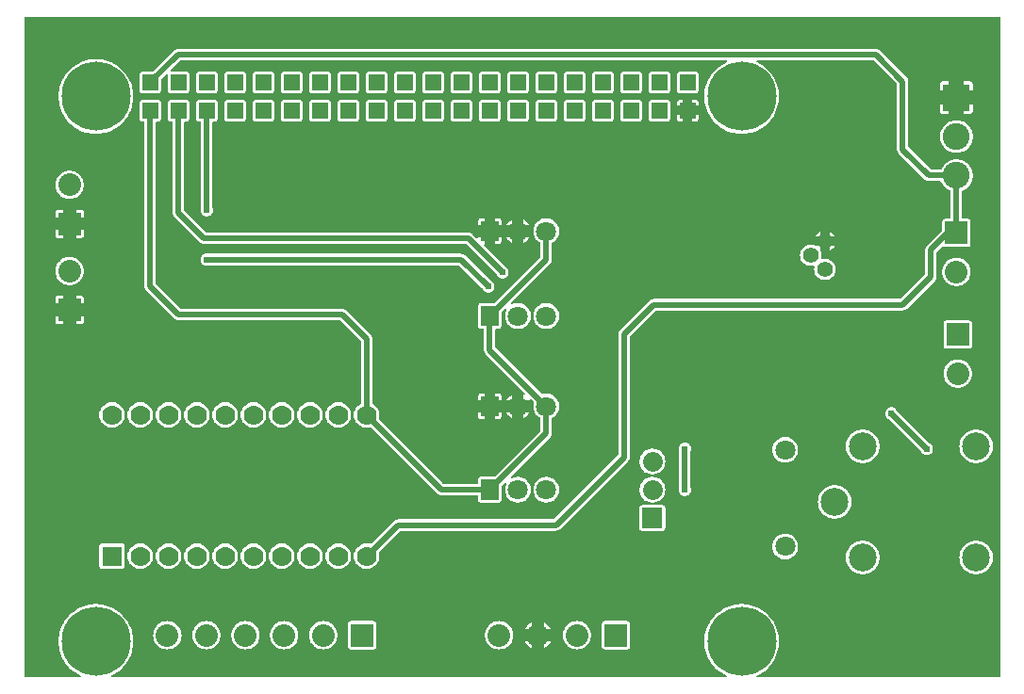
<source format=gbl>
G04 Layer: BottomLayer*
G04 EasyEDA v6.4.25, 2021-11-05T10:47:30--3:00*
G04 159a448e8e33406d94cad16c6973356b,c2117e28123c44379a42240d4d7dbbcc,10*
G04 Gerber Generator version 0.2*
G04 Scale: 100 percent, Rotated: No, Reflected: No *
G04 Dimensions in millimeters *
G04 leading zeros omitted , absolute positions ,4 integer and 5 decimal *
%FSLAX45Y45*%
%MOMM*%

%ADD11C,0.5000*%
%ADD12C,0.6096*%
%ADD15C,1.8000*%
%ADD17R,2.0320X2.0320*%
%ADD18C,2.0320*%
%ADD19R,2.4130X2.4130*%
%ADD20C,2.4130*%
%ADD21C,2.5000*%
%ADD22C,1.7780*%
%ADD23R,1.7780X1.7780*%
%ADD24C,6.2001*%
%ADD27C,1.4097*%

%LPD*%
G36*
X1560068Y-634492D02*
G01*
X1556156Y-633730D01*
X1552905Y-631494D01*
X1550670Y-628243D01*
X1549908Y-624332D01*
X1549908Y5297932D01*
X1550670Y5301843D01*
X1552905Y5305094D01*
X1556156Y5307330D01*
X1560068Y5308092D01*
X10301732Y5308092D01*
X10305643Y5307330D01*
X10308894Y5305094D01*
X10311130Y5301843D01*
X10311892Y5297932D01*
X10311892Y-624332D01*
X10311130Y-628243D01*
X10308894Y-631494D01*
X10305643Y-633730D01*
X10301732Y-634492D01*
X8135112Y-634492D01*
X8130743Y-633476D01*
X8127187Y-630682D01*
X8125206Y-626668D01*
X8125206Y-622147D01*
X8127136Y-618083D01*
X8130590Y-615238D01*
X8151317Y-604977D01*
X8173415Y-591820D01*
X8194497Y-577037D01*
X8214309Y-560628D01*
X8232851Y-542798D01*
X8249970Y-523595D01*
X8265566Y-503123D01*
X8279587Y-481533D01*
X8291880Y-458927D01*
X8302396Y-435457D01*
X8311083Y-411226D01*
X8317890Y-386435D01*
X8322818Y-361137D01*
X8325764Y-335584D01*
X8326729Y-309880D01*
X8325764Y-284175D01*
X8322818Y-258622D01*
X8317890Y-233324D01*
X8311083Y-208534D01*
X8302396Y-184302D01*
X8291880Y-160832D01*
X8279587Y-138226D01*
X8265566Y-116636D01*
X8249970Y-96164D01*
X8232851Y-76962D01*
X8214309Y-59131D01*
X8194497Y-42722D01*
X8173415Y-27940D01*
X8151317Y-14782D01*
X8128253Y-3352D01*
X8104378Y6248D01*
X8079841Y14020D01*
X8054797Y19862D01*
X8029346Y23825D01*
X8003692Y25755D01*
X7977987Y25755D01*
X7952333Y23825D01*
X7926882Y19862D01*
X7901838Y14020D01*
X7877302Y6248D01*
X7853425Y-3352D01*
X7830362Y-14782D01*
X7808264Y-27940D01*
X7787182Y-42722D01*
X7767370Y-59131D01*
X7748828Y-76962D01*
X7731709Y-96164D01*
X7716113Y-116636D01*
X7702092Y-138226D01*
X7689799Y-160832D01*
X7679283Y-184302D01*
X7670596Y-208534D01*
X7663789Y-233324D01*
X7658862Y-258622D01*
X7655915Y-284175D01*
X7654950Y-309880D01*
X7655915Y-335584D01*
X7658862Y-361137D01*
X7663789Y-386435D01*
X7670596Y-411226D01*
X7679283Y-435457D01*
X7689799Y-458927D01*
X7702092Y-481533D01*
X7716113Y-503123D01*
X7731709Y-523595D01*
X7748828Y-542798D01*
X7767370Y-560628D01*
X7787182Y-577037D01*
X7808264Y-591820D01*
X7830362Y-604977D01*
X7851089Y-615238D01*
X7854543Y-618083D01*
X7856474Y-622147D01*
X7856474Y-626668D01*
X7854492Y-630682D01*
X7850936Y-633476D01*
X7846568Y-634492D01*
X2336292Y-634492D01*
X2331923Y-633476D01*
X2328367Y-630682D01*
X2326386Y-626668D01*
X2326386Y-622147D01*
X2328316Y-618083D01*
X2331770Y-615238D01*
X2352497Y-604977D01*
X2374595Y-591820D01*
X2395677Y-577037D01*
X2415489Y-560628D01*
X2434031Y-542798D01*
X2451150Y-523595D01*
X2466746Y-503123D01*
X2480767Y-481533D01*
X2493060Y-458927D01*
X2503576Y-435457D01*
X2512263Y-411226D01*
X2519070Y-386435D01*
X2523998Y-361137D01*
X2526944Y-335584D01*
X2527909Y-309880D01*
X2526944Y-284175D01*
X2523998Y-258622D01*
X2519070Y-233324D01*
X2512263Y-208534D01*
X2503576Y-184302D01*
X2493060Y-160832D01*
X2480767Y-138226D01*
X2466746Y-116636D01*
X2451150Y-96164D01*
X2434031Y-76962D01*
X2415489Y-59131D01*
X2395677Y-42722D01*
X2374595Y-27940D01*
X2352497Y-14782D01*
X2329434Y-3352D01*
X2305558Y6248D01*
X2281021Y14020D01*
X2255977Y19862D01*
X2230526Y23825D01*
X2204872Y25755D01*
X2179167Y25755D01*
X2153513Y23825D01*
X2128062Y19862D01*
X2103018Y14020D01*
X2078482Y6248D01*
X2054606Y-3352D01*
X2031542Y-14782D01*
X2009444Y-27940D01*
X1988362Y-42722D01*
X1968550Y-59131D01*
X1950008Y-76962D01*
X1932889Y-96164D01*
X1917293Y-116636D01*
X1903272Y-138226D01*
X1890979Y-160832D01*
X1880463Y-184302D01*
X1871776Y-208534D01*
X1864969Y-233324D01*
X1860042Y-258622D01*
X1857095Y-284175D01*
X1856130Y-309880D01*
X1857095Y-335584D01*
X1860042Y-361137D01*
X1864969Y-386435D01*
X1871776Y-411226D01*
X1880463Y-435457D01*
X1890979Y-458927D01*
X1903272Y-481533D01*
X1917293Y-503123D01*
X1932889Y-523595D01*
X1950008Y-542798D01*
X1968550Y-560628D01*
X1988362Y-577037D01*
X2009444Y-591820D01*
X2031542Y-604977D01*
X2052269Y-615238D01*
X2055723Y-618083D01*
X2057654Y-622147D01*
X2057654Y-626668D01*
X2055672Y-630682D01*
X2052116Y-633476D01*
X2047748Y-634492D01*
G37*

%LPC*%
G36*
X9985400Y4646269D02*
G01*
X10065258Y4646269D01*
X10065258Y4699711D01*
X10064546Y4706010D01*
X10062616Y4711496D01*
X10059568Y4716373D01*
X10055453Y4720488D01*
X10050576Y4723536D01*
X10045090Y4725466D01*
X10038791Y4726178D01*
X9985400Y4726178D01*
G37*
G36*
X9772142Y4646269D02*
G01*
X9852050Y4646269D01*
X9852050Y4726178D01*
X9798608Y4726178D01*
X9792309Y4725466D01*
X9786823Y4723536D01*
X9781946Y4720488D01*
X9777831Y4716373D01*
X9774783Y4711496D01*
X9772853Y4706010D01*
X9772142Y4699711D01*
G37*
G36*
X3183890Y-381508D02*
G01*
X3199282Y-380542D01*
X3214420Y-377799D01*
X3229102Y-373227D01*
X3243122Y-366877D01*
X3256330Y-358902D01*
X3268421Y-349402D01*
X3279292Y-338531D01*
X3288792Y-326440D01*
X3296767Y-313232D01*
X3303117Y-299212D01*
X3307689Y-284530D01*
X3310432Y-269392D01*
X3311398Y-254000D01*
X3310432Y-238607D01*
X3307689Y-223469D01*
X3303117Y-208788D01*
X3296767Y-194767D01*
X3288792Y-181559D01*
X3279292Y-169468D01*
X3268421Y-158597D01*
X3256330Y-149098D01*
X3243122Y-141122D01*
X3229102Y-134772D01*
X3214420Y-130200D01*
X3199282Y-127457D01*
X3183890Y-126492D01*
X3168497Y-127457D01*
X3153359Y-130200D01*
X3138678Y-134772D01*
X3124657Y-141122D01*
X3111449Y-149098D01*
X3099358Y-158597D01*
X3088487Y-169468D01*
X3078988Y-181559D01*
X3071012Y-194767D01*
X3064662Y-208788D01*
X3060090Y-223469D01*
X3057347Y-238607D01*
X3056382Y-254000D01*
X3057347Y-269392D01*
X3060090Y-284530D01*
X3064662Y-299212D01*
X3071012Y-313232D01*
X3078988Y-326440D01*
X3088487Y-338531D01*
X3099358Y-349402D01*
X3111449Y-358902D01*
X3124657Y-366877D01*
X3138678Y-373227D01*
X3153359Y-377799D01*
X3168497Y-380542D01*
G37*
G36*
X5812790Y-381508D02*
G01*
X5828182Y-380542D01*
X5843320Y-377799D01*
X5858002Y-373227D01*
X5872022Y-366877D01*
X5885230Y-358902D01*
X5897321Y-349402D01*
X5908192Y-338531D01*
X5917692Y-326440D01*
X5925667Y-313232D01*
X5932017Y-299212D01*
X5936589Y-284530D01*
X5939332Y-269392D01*
X5940298Y-254000D01*
X5939332Y-238607D01*
X5936589Y-223469D01*
X5932017Y-208788D01*
X5925667Y-194767D01*
X5917692Y-181559D01*
X5908192Y-169468D01*
X5897321Y-158597D01*
X5885230Y-149098D01*
X5872022Y-141122D01*
X5858002Y-134772D01*
X5843320Y-130200D01*
X5828182Y-127457D01*
X5812790Y-126492D01*
X5797397Y-127457D01*
X5782259Y-130200D01*
X5767578Y-134772D01*
X5753557Y-141122D01*
X5740349Y-149098D01*
X5728258Y-158597D01*
X5717387Y-169468D01*
X5707888Y-181559D01*
X5699912Y-194767D01*
X5693562Y-208788D01*
X5688990Y-223469D01*
X5686247Y-238607D01*
X5685282Y-254000D01*
X5686247Y-269392D01*
X5688990Y-284530D01*
X5693562Y-299212D01*
X5699912Y-313232D01*
X5707888Y-326440D01*
X5717387Y-338531D01*
X5728258Y-349402D01*
X5740349Y-358902D01*
X5753557Y-366877D01*
X5767578Y-373227D01*
X5782259Y-377799D01*
X5797397Y-380542D01*
G37*
G36*
X3882390Y-381508D02*
G01*
X3897782Y-380542D01*
X3912920Y-377799D01*
X3927601Y-373227D01*
X3941622Y-366877D01*
X3954830Y-358902D01*
X3966921Y-349402D01*
X3977792Y-338531D01*
X3987292Y-326440D01*
X3995267Y-313232D01*
X4001617Y-299212D01*
X4006189Y-284530D01*
X4008932Y-269392D01*
X4009898Y-254000D01*
X4008932Y-238607D01*
X4006189Y-223469D01*
X4001617Y-208788D01*
X3995267Y-194767D01*
X3987292Y-181559D01*
X3977792Y-169468D01*
X3966921Y-158597D01*
X3954830Y-149098D01*
X3941622Y-141122D01*
X3927601Y-134772D01*
X3912920Y-130200D01*
X3897782Y-127457D01*
X3882390Y-126492D01*
X3866997Y-127457D01*
X3851859Y-130200D01*
X3837178Y-134772D01*
X3823157Y-141122D01*
X3809949Y-149098D01*
X3797858Y-158597D01*
X3786987Y-169468D01*
X3777487Y-181559D01*
X3769512Y-194767D01*
X3763162Y-208788D01*
X3758590Y-223469D01*
X3755847Y-238607D01*
X3754882Y-254000D01*
X3755847Y-269392D01*
X3758590Y-284530D01*
X3763162Y-299212D01*
X3769512Y-313232D01*
X3777487Y-326440D01*
X3786987Y-338531D01*
X3797858Y-349402D01*
X3809949Y-358902D01*
X3823157Y-366877D01*
X3837178Y-373227D01*
X3851859Y-377799D01*
X3866997Y-380542D01*
G37*
G36*
X4232910Y-381508D02*
G01*
X4248302Y-380542D01*
X4263440Y-377799D01*
X4278122Y-373227D01*
X4292142Y-366877D01*
X4305350Y-358902D01*
X4317441Y-349402D01*
X4328312Y-338531D01*
X4337812Y-326440D01*
X4345787Y-313232D01*
X4352137Y-299212D01*
X4356709Y-284530D01*
X4359452Y-269392D01*
X4360418Y-254000D01*
X4359452Y-238607D01*
X4356709Y-223469D01*
X4352137Y-208788D01*
X4345787Y-194767D01*
X4337812Y-181559D01*
X4328312Y-169468D01*
X4317441Y-158597D01*
X4305350Y-149098D01*
X4292142Y-141122D01*
X4278122Y-134772D01*
X4263440Y-130200D01*
X4248302Y-127457D01*
X4232910Y-126492D01*
X4217517Y-127457D01*
X4202379Y-130200D01*
X4187698Y-134772D01*
X4173677Y-141122D01*
X4160469Y-149098D01*
X4148378Y-158597D01*
X4137507Y-169468D01*
X4128008Y-181559D01*
X4120032Y-194767D01*
X4113682Y-208788D01*
X4109110Y-223469D01*
X4106367Y-238607D01*
X4105401Y-254000D01*
X4106367Y-269392D01*
X4109110Y-284530D01*
X4113682Y-299212D01*
X4120032Y-313232D01*
X4128008Y-326440D01*
X4137507Y-338531D01*
X4148378Y-349402D01*
X4160469Y-358902D01*
X4173677Y-366877D01*
X4187698Y-373227D01*
X4202379Y-377799D01*
X4217517Y-380542D01*
G37*
G36*
X2833370Y-381508D02*
G01*
X2848762Y-380542D01*
X2863900Y-377799D01*
X2878582Y-373227D01*
X2892602Y-366877D01*
X2905810Y-358902D01*
X2917901Y-349402D01*
X2928772Y-338531D01*
X2938272Y-326440D01*
X2946247Y-313232D01*
X2952597Y-299212D01*
X2957169Y-284530D01*
X2959912Y-269392D01*
X2960878Y-254000D01*
X2959912Y-238607D01*
X2957169Y-223469D01*
X2952597Y-208788D01*
X2946247Y-194767D01*
X2938272Y-181559D01*
X2928772Y-169468D01*
X2917901Y-158597D01*
X2905810Y-149098D01*
X2892602Y-141122D01*
X2878582Y-134772D01*
X2863900Y-130200D01*
X2848762Y-127457D01*
X2833370Y-126492D01*
X2817977Y-127457D01*
X2802839Y-130200D01*
X2788158Y-134772D01*
X2774137Y-141122D01*
X2760929Y-149098D01*
X2748838Y-158597D01*
X2737967Y-169468D01*
X2728468Y-181559D01*
X2720492Y-194767D01*
X2714142Y-208788D01*
X2709570Y-223469D01*
X2706827Y-238607D01*
X2705862Y-254000D01*
X2706827Y-269392D01*
X2709570Y-284530D01*
X2714142Y-299212D01*
X2720492Y-313232D01*
X2728468Y-326440D01*
X2737967Y-338531D01*
X2748838Y-349402D01*
X2760929Y-358902D01*
X2774137Y-366877D01*
X2788158Y-373227D01*
X2802839Y-377799D01*
X2817977Y-380542D01*
G37*
G36*
X3534410Y-381508D02*
G01*
X3549802Y-380542D01*
X3564940Y-377799D01*
X3579622Y-373227D01*
X3593642Y-366877D01*
X3606850Y-358902D01*
X3618941Y-349402D01*
X3629812Y-338531D01*
X3639312Y-326440D01*
X3647287Y-313232D01*
X3653637Y-299212D01*
X3658209Y-284530D01*
X3660952Y-269392D01*
X3661918Y-254000D01*
X3660952Y-238607D01*
X3658209Y-223469D01*
X3653637Y-208788D01*
X3647287Y-194767D01*
X3639312Y-181559D01*
X3629812Y-169468D01*
X3618941Y-158597D01*
X3606850Y-149098D01*
X3593642Y-141122D01*
X3579622Y-134772D01*
X3564940Y-130200D01*
X3549802Y-127457D01*
X3534410Y-126492D01*
X3519017Y-127457D01*
X3503879Y-130200D01*
X3489198Y-134772D01*
X3475177Y-141122D01*
X3461969Y-149098D01*
X3449878Y-158597D01*
X3439007Y-169468D01*
X3429508Y-181559D01*
X3421532Y-194767D01*
X3415182Y-208788D01*
X3410610Y-223469D01*
X3407867Y-238607D01*
X3406901Y-254000D01*
X3407867Y-269392D01*
X3410610Y-284530D01*
X3415182Y-299212D01*
X3421532Y-313232D01*
X3429508Y-326440D01*
X3439007Y-338531D01*
X3449878Y-349402D01*
X3461969Y-358902D01*
X3475177Y-366877D01*
X3489198Y-373227D01*
X3503879Y-377799D01*
X3519017Y-380542D01*
G37*
G36*
X6511290Y-381508D02*
G01*
X6526682Y-380542D01*
X6541820Y-377799D01*
X6556502Y-373227D01*
X6570522Y-366877D01*
X6583730Y-358902D01*
X6595821Y-349402D01*
X6606692Y-338531D01*
X6616192Y-326440D01*
X6624167Y-313232D01*
X6630517Y-299212D01*
X6635089Y-284530D01*
X6637832Y-269392D01*
X6638798Y-254000D01*
X6637832Y-238607D01*
X6635089Y-223469D01*
X6630517Y-208788D01*
X6624167Y-194767D01*
X6616192Y-181559D01*
X6606692Y-169468D01*
X6595821Y-158597D01*
X6583730Y-149098D01*
X6570522Y-141122D01*
X6556502Y-134772D01*
X6541820Y-130200D01*
X6526682Y-127457D01*
X6511290Y-126492D01*
X6495897Y-127457D01*
X6480759Y-130200D01*
X6466078Y-134772D01*
X6452057Y-141122D01*
X6438849Y-149098D01*
X6426758Y-158597D01*
X6415887Y-169468D01*
X6406388Y-181559D01*
X6398412Y-194767D01*
X6392062Y-208788D01*
X6387490Y-223469D01*
X6384747Y-238607D01*
X6383782Y-254000D01*
X6384747Y-269392D01*
X6387490Y-284530D01*
X6392062Y-299212D01*
X6398412Y-313232D01*
X6406388Y-326440D01*
X6415887Y-338531D01*
X6426758Y-349402D01*
X6438849Y-358902D01*
X6452057Y-366877D01*
X6466078Y-373227D01*
X6480759Y-377799D01*
X6495897Y-380542D01*
G37*
G36*
X4482388Y-381508D02*
G01*
X4684471Y-381508D01*
X4690770Y-380796D01*
X4696256Y-378866D01*
X4701133Y-375818D01*
X4705248Y-371703D01*
X4708296Y-366826D01*
X4710226Y-361340D01*
X4710938Y-355041D01*
X4710938Y-152958D01*
X4710226Y-146659D01*
X4708296Y-141173D01*
X4705248Y-136296D01*
X4701133Y-132181D01*
X4696256Y-129133D01*
X4690770Y-127203D01*
X4684471Y-126492D01*
X4482388Y-126492D01*
X4476089Y-127203D01*
X4470603Y-129133D01*
X4465726Y-132181D01*
X4461611Y-136296D01*
X4458563Y-141173D01*
X4456633Y-146659D01*
X4455922Y-152958D01*
X4455922Y-355041D01*
X4456633Y-361340D01*
X4458563Y-366826D01*
X4461611Y-371703D01*
X4465726Y-375818D01*
X4470603Y-378866D01*
X4476089Y-380796D01*
G37*
G36*
X6760768Y-381508D02*
G01*
X6962851Y-381508D01*
X6969150Y-380796D01*
X6974636Y-378866D01*
X6979513Y-375818D01*
X6983628Y-371703D01*
X6986676Y-366826D01*
X6988606Y-361340D01*
X6989318Y-355041D01*
X6989318Y-152958D01*
X6988606Y-146659D01*
X6986676Y-141173D01*
X6983628Y-136296D01*
X6979513Y-132181D01*
X6974636Y-129133D01*
X6969150Y-127203D01*
X6962851Y-126492D01*
X6760768Y-126492D01*
X6754469Y-127203D01*
X6748983Y-129133D01*
X6744106Y-132181D01*
X6739991Y-136296D01*
X6736943Y-141173D01*
X6735013Y-146659D01*
X6734302Y-152958D01*
X6734302Y-355041D01*
X6735013Y-361340D01*
X6736943Y-366826D01*
X6739991Y-371703D01*
X6744106Y-375818D01*
X6748983Y-378866D01*
X6754469Y-380796D01*
G37*
G36*
X6103620Y-367842D02*
G01*
X6103620Y-311150D01*
X6046927Y-311150D01*
X6047892Y-313232D01*
X6055868Y-326440D01*
X6065367Y-338531D01*
X6076238Y-349402D01*
X6088329Y-358902D01*
X6101537Y-366877D01*
G37*
G36*
X6217920Y-367842D02*
G01*
X6220002Y-366877D01*
X6233210Y-358902D01*
X6245301Y-349402D01*
X6256172Y-338531D01*
X6265672Y-326440D01*
X6273647Y-313232D01*
X6274612Y-311150D01*
X6217920Y-311150D01*
G37*
G36*
X6046927Y-196850D02*
G01*
X6103620Y-196850D01*
X6103620Y-140157D01*
X6101537Y-141122D01*
X6088329Y-149098D01*
X6076238Y-158597D01*
X6065367Y-169468D01*
X6055868Y-181559D01*
X6047892Y-194767D01*
G37*
G36*
X6217920Y-196850D02*
G01*
X6274612Y-196850D01*
X6273647Y-194767D01*
X6265672Y-181559D01*
X6256172Y-169468D01*
X6245301Y-158597D01*
X6233210Y-149098D01*
X6220002Y-141122D01*
X6217920Y-140157D01*
G37*
G36*
X10096500Y293624D02*
G01*
X10113416Y294538D01*
X10130078Y297383D01*
X10146334Y302056D01*
X10161981Y308559D01*
X10176764Y316738D01*
X10190581Y326542D01*
X10203180Y337820D01*
X10214457Y350418D01*
X10224262Y364236D01*
X10232440Y379018D01*
X10238943Y394665D01*
X10243616Y410921D01*
X10246461Y427583D01*
X10247376Y444500D01*
X10246461Y461416D01*
X10243616Y478078D01*
X10238943Y494334D01*
X10232440Y509981D01*
X10224262Y524764D01*
X10214457Y538581D01*
X10203180Y551180D01*
X10190581Y562457D01*
X10176764Y572262D01*
X10161981Y580440D01*
X10146334Y586943D01*
X10130078Y591616D01*
X10113416Y594461D01*
X10096500Y595376D01*
X10079583Y594461D01*
X10062921Y591616D01*
X10046665Y586943D01*
X10031018Y580440D01*
X10016236Y572262D01*
X10002418Y562457D01*
X9989820Y551180D01*
X9978542Y538581D01*
X9968738Y524764D01*
X9960559Y509981D01*
X9954056Y494334D01*
X9949383Y478078D01*
X9946538Y461416D01*
X9945624Y444500D01*
X9946538Y427583D01*
X9949383Y410921D01*
X9954056Y394665D01*
X9960559Y379018D01*
X9968738Y364236D01*
X9978542Y350418D01*
X9989820Y337820D01*
X10002418Y326542D01*
X10016236Y316738D01*
X10031018Y308559D01*
X10046665Y302056D01*
X10062921Y297383D01*
X10079583Y294538D01*
G37*
G36*
X9076436Y293624D02*
G01*
X9093352Y294538D01*
X9110014Y297383D01*
X9126270Y302056D01*
X9141917Y308559D01*
X9156700Y316738D01*
X9170517Y326542D01*
X9183116Y337820D01*
X9194393Y350418D01*
X9204198Y364236D01*
X9212376Y379018D01*
X9218879Y394665D01*
X9223552Y410921D01*
X9226397Y427583D01*
X9227312Y444500D01*
X9226397Y461416D01*
X9223552Y478078D01*
X9218879Y494334D01*
X9212376Y509981D01*
X9204198Y524764D01*
X9194393Y538581D01*
X9183116Y551180D01*
X9170517Y562457D01*
X9156700Y572262D01*
X9141917Y580440D01*
X9126270Y586943D01*
X9110014Y591616D01*
X9093352Y594461D01*
X9076436Y595376D01*
X9059519Y594461D01*
X9042857Y591616D01*
X9026601Y586943D01*
X9010954Y580440D01*
X8996172Y572262D01*
X8982354Y562457D01*
X8969756Y551180D01*
X8958478Y538581D01*
X8948674Y524764D01*
X8940495Y509981D01*
X8933992Y494334D01*
X8929319Y478078D01*
X8926474Y461416D01*
X8925560Y444500D01*
X8926474Y427583D01*
X8929319Y410921D01*
X8933992Y394665D01*
X8940495Y379018D01*
X8948674Y364236D01*
X8958478Y350418D01*
X8969756Y337820D01*
X8982354Y326542D01*
X8996172Y316738D01*
X9010954Y308559D01*
X9026601Y302056D01*
X9042857Y297383D01*
X9059519Y294538D01*
G37*
G36*
X4114800Y342392D02*
G01*
X4129176Y343306D01*
X4143349Y345998D01*
X4157065Y350469D01*
X4170121Y356616D01*
X4182262Y364337D01*
X4193387Y373532D01*
X4203242Y384048D01*
X4211726Y395681D01*
X4218686Y408330D01*
X4223969Y421741D01*
X4227576Y435711D01*
X4229354Y449986D01*
X4229354Y464413D01*
X4227576Y478688D01*
X4223969Y492658D01*
X4218686Y506069D01*
X4211726Y518718D01*
X4203242Y530352D01*
X4193387Y540867D01*
X4182262Y550062D01*
X4170121Y557784D01*
X4157065Y563930D01*
X4143349Y568401D01*
X4129176Y571093D01*
X4114800Y572008D01*
X4100423Y571093D01*
X4086250Y568401D01*
X4072534Y563930D01*
X4059478Y557784D01*
X4047337Y550062D01*
X4036212Y540867D01*
X4026357Y530352D01*
X4017873Y518718D01*
X4010914Y506069D01*
X4005630Y492658D01*
X4002024Y478688D01*
X4000246Y464413D01*
X4000246Y449986D01*
X4002024Y435711D01*
X4005630Y421741D01*
X4010914Y408330D01*
X4017873Y395681D01*
X4026357Y384048D01*
X4036212Y373532D01*
X4047337Y364337D01*
X4059478Y356616D01*
X4072534Y350469D01*
X4086250Y345998D01*
X4100423Y343306D01*
G37*
G36*
X3606800Y342392D02*
G01*
X3621176Y343306D01*
X3635349Y345998D01*
X3649065Y350469D01*
X3662121Y356616D01*
X3674262Y364337D01*
X3685387Y373532D01*
X3695242Y384048D01*
X3703726Y395681D01*
X3710686Y408330D01*
X3715969Y421741D01*
X3719576Y435711D01*
X3721354Y449986D01*
X3721354Y464413D01*
X3719576Y478688D01*
X3715969Y492658D01*
X3710686Y506069D01*
X3703726Y518718D01*
X3695242Y530352D01*
X3685387Y540867D01*
X3674262Y550062D01*
X3662121Y557784D01*
X3649065Y563930D01*
X3635349Y568401D01*
X3621176Y571093D01*
X3606800Y572008D01*
X3592423Y571093D01*
X3578250Y568401D01*
X3564534Y563930D01*
X3551478Y557784D01*
X3539337Y550062D01*
X3528212Y540867D01*
X3518357Y530352D01*
X3509873Y518718D01*
X3502914Y506069D01*
X3497630Y492658D01*
X3494024Y478688D01*
X3492246Y464413D01*
X3492246Y449986D01*
X3494024Y435711D01*
X3497630Y421741D01*
X3502914Y408330D01*
X3509873Y395681D01*
X3518357Y384048D01*
X3528212Y373532D01*
X3539337Y364337D01*
X3551478Y356616D01*
X3564534Y350469D01*
X3578250Y345998D01*
X3592423Y343306D01*
G37*
G36*
X2844800Y342392D02*
G01*
X2859176Y343306D01*
X2873349Y345998D01*
X2887065Y350469D01*
X2900121Y356616D01*
X2912262Y364337D01*
X2923387Y373532D01*
X2933242Y384048D01*
X2941726Y395681D01*
X2948686Y408330D01*
X2953969Y421741D01*
X2957576Y435711D01*
X2959354Y449986D01*
X2959354Y464413D01*
X2957576Y478688D01*
X2953969Y492658D01*
X2948686Y506069D01*
X2941726Y518718D01*
X2933242Y530352D01*
X2923387Y540867D01*
X2912262Y550062D01*
X2900121Y557784D01*
X2887065Y563930D01*
X2873349Y568401D01*
X2859176Y571093D01*
X2844800Y572008D01*
X2830423Y571093D01*
X2816250Y568401D01*
X2802534Y563930D01*
X2789478Y557784D01*
X2777337Y550062D01*
X2766212Y540867D01*
X2756357Y530352D01*
X2747873Y518718D01*
X2740914Y506069D01*
X2735630Y492658D01*
X2732024Y478688D01*
X2730246Y464413D01*
X2730246Y449986D01*
X2732024Y435711D01*
X2735630Y421741D01*
X2740914Y408330D01*
X2747873Y395681D01*
X2756357Y384048D01*
X2766212Y373532D01*
X2777337Y364337D01*
X2789478Y356616D01*
X2802534Y350469D01*
X2816250Y345998D01*
X2830423Y343306D01*
G37*
G36*
X3352800Y342392D02*
G01*
X3367176Y343306D01*
X3381349Y345998D01*
X3395065Y350469D01*
X3408121Y356616D01*
X3420262Y364337D01*
X3431387Y373532D01*
X3441242Y384048D01*
X3449726Y395681D01*
X3456686Y408330D01*
X3461969Y421741D01*
X3465576Y435711D01*
X3467354Y449986D01*
X3467354Y464413D01*
X3465576Y478688D01*
X3461969Y492658D01*
X3456686Y506069D01*
X3449726Y518718D01*
X3441242Y530352D01*
X3431387Y540867D01*
X3420262Y550062D01*
X3408121Y557784D01*
X3395065Y563930D01*
X3381349Y568401D01*
X3367176Y571093D01*
X3352800Y572008D01*
X3338423Y571093D01*
X3324250Y568401D01*
X3310534Y563930D01*
X3297478Y557784D01*
X3285337Y550062D01*
X3274212Y540867D01*
X3264357Y530352D01*
X3255873Y518718D01*
X3248914Y506069D01*
X3243630Y492658D01*
X3240024Y478688D01*
X3238246Y464413D01*
X3238246Y449986D01*
X3240024Y435711D01*
X3243630Y421741D01*
X3248914Y408330D01*
X3255873Y395681D01*
X3264357Y384048D01*
X3274212Y373532D01*
X3285337Y364337D01*
X3297478Y356616D01*
X3310534Y350469D01*
X3324250Y345998D01*
X3338423Y343306D01*
G37*
G36*
X3860800Y342392D02*
G01*
X3875176Y343306D01*
X3889349Y345998D01*
X3903065Y350469D01*
X3916121Y356616D01*
X3928262Y364337D01*
X3939387Y373532D01*
X3949242Y384048D01*
X3957726Y395681D01*
X3964686Y408330D01*
X3969969Y421741D01*
X3973576Y435711D01*
X3975354Y449986D01*
X3975354Y464413D01*
X3973576Y478688D01*
X3969969Y492658D01*
X3964686Y506069D01*
X3957726Y518718D01*
X3949242Y530352D01*
X3939387Y540867D01*
X3928262Y550062D01*
X3916121Y557784D01*
X3903065Y563930D01*
X3889349Y568401D01*
X3875176Y571093D01*
X3860800Y572008D01*
X3846423Y571093D01*
X3832250Y568401D01*
X3818534Y563930D01*
X3805478Y557784D01*
X3793337Y550062D01*
X3782212Y540867D01*
X3772357Y530352D01*
X3763873Y518718D01*
X3756914Y506069D01*
X3751630Y492658D01*
X3748024Y478688D01*
X3746246Y464413D01*
X3746246Y449986D01*
X3748024Y435711D01*
X3751630Y421741D01*
X3756914Y408330D01*
X3763873Y395681D01*
X3772357Y384048D01*
X3782212Y373532D01*
X3793337Y364337D01*
X3805478Y356616D01*
X3818534Y350469D01*
X3832250Y345998D01*
X3846423Y343306D01*
G37*
G36*
X3098800Y342392D02*
G01*
X3113176Y343306D01*
X3127349Y345998D01*
X3141065Y350469D01*
X3154121Y356616D01*
X3166262Y364337D01*
X3177387Y373532D01*
X3187242Y384048D01*
X3195726Y395681D01*
X3202686Y408330D01*
X3207969Y421741D01*
X3211576Y435711D01*
X3213354Y449986D01*
X3213354Y464413D01*
X3211576Y478688D01*
X3207969Y492658D01*
X3202686Y506069D01*
X3195726Y518718D01*
X3187242Y530352D01*
X3177387Y540867D01*
X3166262Y550062D01*
X3154121Y557784D01*
X3141065Y563930D01*
X3127349Y568401D01*
X3113176Y571093D01*
X3098800Y572008D01*
X3084423Y571093D01*
X3070250Y568401D01*
X3056534Y563930D01*
X3043478Y557784D01*
X3031337Y550062D01*
X3020212Y540867D01*
X3010357Y530352D01*
X3001873Y518718D01*
X2994914Y506069D01*
X2989630Y492658D01*
X2986024Y478688D01*
X2984246Y464413D01*
X2984246Y449986D01*
X2986024Y435711D01*
X2989630Y421741D01*
X2994914Y408330D01*
X3001873Y395681D01*
X3010357Y384048D01*
X3020212Y373532D01*
X3031337Y364337D01*
X3043478Y356616D01*
X3056534Y350469D01*
X3070250Y345998D01*
X3084423Y343306D01*
G37*
G36*
X4368800Y342392D02*
G01*
X4383176Y343306D01*
X4397349Y345998D01*
X4411065Y350469D01*
X4424121Y356616D01*
X4436262Y364337D01*
X4447387Y373532D01*
X4457242Y384048D01*
X4465726Y395681D01*
X4472686Y408330D01*
X4477969Y421741D01*
X4481576Y435711D01*
X4483354Y449986D01*
X4483354Y464413D01*
X4481576Y478688D01*
X4477969Y492658D01*
X4472686Y506069D01*
X4465726Y518718D01*
X4457242Y530352D01*
X4447387Y540867D01*
X4436262Y550062D01*
X4424121Y557784D01*
X4411065Y563930D01*
X4397349Y568401D01*
X4383176Y571093D01*
X4368800Y572008D01*
X4354423Y571093D01*
X4340250Y568401D01*
X4326534Y563930D01*
X4313478Y557784D01*
X4301337Y550062D01*
X4290212Y540867D01*
X4280357Y530352D01*
X4271873Y518718D01*
X4264914Y506069D01*
X4259630Y492658D01*
X4256024Y478688D01*
X4254246Y464413D01*
X4254246Y449986D01*
X4256024Y435711D01*
X4259630Y421741D01*
X4264914Y408330D01*
X4271873Y395681D01*
X4280357Y384048D01*
X4290212Y373532D01*
X4301337Y364337D01*
X4313478Y356616D01*
X4326534Y350469D01*
X4340250Y345998D01*
X4354423Y343306D01*
G37*
G36*
X2590800Y342392D02*
G01*
X2605176Y343306D01*
X2619349Y345998D01*
X2633065Y350469D01*
X2646121Y356616D01*
X2658262Y364337D01*
X2669387Y373532D01*
X2679242Y384048D01*
X2687726Y395681D01*
X2694686Y408330D01*
X2699969Y421741D01*
X2703576Y435711D01*
X2705354Y449986D01*
X2705354Y464413D01*
X2703576Y478688D01*
X2699969Y492658D01*
X2694686Y506069D01*
X2687726Y518718D01*
X2679242Y530352D01*
X2669387Y540867D01*
X2658262Y550062D01*
X2646121Y557784D01*
X2633065Y563930D01*
X2619349Y568401D01*
X2605176Y571093D01*
X2590800Y572008D01*
X2576423Y571093D01*
X2562250Y568401D01*
X2548534Y563930D01*
X2535478Y557784D01*
X2523337Y550062D01*
X2512212Y540867D01*
X2502357Y530352D01*
X2493873Y518718D01*
X2486914Y506069D01*
X2481630Y492658D01*
X2478024Y478688D01*
X2476246Y464413D01*
X2476246Y449986D01*
X2478024Y435711D01*
X2481630Y421741D01*
X2486914Y408330D01*
X2493873Y395681D01*
X2502357Y384048D01*
X2512212Y373532D01*
X2523337Y364337D01*
X2535478Y356616D01*
X2548534Y350469D01*
X2562250Y345998D01*
X2576423Y343306D01*
G37*
G36*
X2248458Y342392D02*
G01*
X2425141Y342392D01*
X2431440Y343103D01*
X2436926Y345033D01*
X2441803Y348081D01*
X2445918Y352196D01*
X2448966Y357073D01*
X2450896Y362559D01*
X2451608Y368858D01*
X2451608Y545541D01*
X2450896Y551840D01*
X2448966Y557326D01*
X2445918Y562203D01*
X2441803Y566318D01*
X2436926Y569366D01*
X2431440Y571296D01*
X2425141Y572008D01*
X2248458Y572008D01*
X2242159Y571296D01*
X2236673Y569366D01*
X2231796Y566318D01*
X2227681Y562203D01*
X2224633Y557326D01*
X2222703Y551840D01*
X2221992Y545541D01*
X2221992Y368858D01*
X2222703Y362559D01*
X2224633Y357073D01*
X2227681Y352196D01*
X2231796Y348081D01*
X2236673Y345033D01*
X2242159Y343103D01*
G37*
G36*
X4622800Y342392D02*
G01*
X4637176Y343306D01*
X4651349Y345998D01*
X4665065Y350469D01*
X4678121Y356616D01*
X4690262Y364337D01*
X4701387Y373532D01*
X4711242Y384048D01*
X4719726Y395681D01*
X4726686Y408330D01*
X4731969Y421741D01*
X4735576Y435711D01*
X4737354Y449986D01*
X4737354Y464413D01*
X4735576Y478688D01*
X4733086Y488391D01*
X4732782Y491896D01*
X4733696Y495249D01*
X4735728Y498144D01*
X4920335Y682701D01*
X4923586Y684936D01*
X4927498Y685698D01*
X6324396Y685698D01*
X6329019Y685901D01*
X6333439Y686460D01*
X6337757Y687425D01*
X6342024Y688746D01*
X6346088Y690473D01*
X6350050Y692505D01*
X6353810Y694893D01*
X6357315Y697585D01*
X6360769Y700735D01*
X6970064Y1310030D01*
X6973214Y1313484D01*
X6975906Y1316990D01*
X6978294Y1320749D01*
X6980326Y1324711D01*
X6982053Y1328775D01*
X6983374Y1333042D01*
X6984339Y1337360D01*
X6984898Y1341780D01*
X6985101Y1346403D01*
X6985101Y2425801D01*
X6985863Y2429713D01*
X6988098Y2432964D01*
X7219035Y2663901D01*
X7222286Y2666136D01*
X7226198Y2666898D01*
X9435896Y2666898D01*
X9440519Y2667101D01*
X9444939Y2667660D01*
X9449257Y2668625D01*
X9453524Y2669946D01*
X9457588Y2671673D01*
X9461550Y2673705D01*
X9465310Y2676093D01*
X9468815Y2678785D01*
X9472269Y2681935D01*
X9725964Y2935630D01*
X9729114Y2939084D01*
X9731806Y2942590D01*
X9734194Y2946349D01*
X9736226Y2950311D01*
X9737953Y2954375D01*
X9739274Y2958642D01*
X9740239Y2962960D01*
X9740798Y2967380D01*
X9741001Y2972003D01*
X9741001Y3187801D01*
X9741763Y3191713D01*
X9743998Y3194964D01*
X9788601Y3239617D01*
X9791395Y3241598D01*
X9794646Y3242513D01*
X9798050Y3242310D01*
X9801199Y3241040D01*
X9805873Y3238093D01*
X9811359Y3236163D01*
X9817658Y3235452D01*
X10019741Y3235452D01*
X10026040Y3236163D01*
X10031526Y3238093D01*
X10036403Y3241141D01*
X10040518Y3245256D01*
X10043566Y3250133D01*
X10045496Y3255619D01*
X10046208Y3261918D01*
X10046208Y3464001D01*
X10045496Y3470300D01*
X10043566Y3475786D01*
X10040518Y3480663D01*
X10036403Y3484778D01*
X10031526Y3487826D01*
X10026040Y3489756D01*
X10019741Y3490468D01*
X9979761Y3490468D01*
X9975900Y3491229D01*
X9972598Y3493465D01*
X9970363Y3496716D01*
X9969601Y3500628D01*
X9969601Y3734511D01*
X9970363Y3738422D01*
X9972598Y3741674D01*
X9975900Y3743909D01*
X9982301Y3746550D01*
X9996678Y3754475D01*
X10010089Y3764026D01*
X10022332Y3774948D01*
X10033254Y3787190D01*
X10042804Y3800601D01*
X10050729Y3814978D01*
X10057028Y3830167D01*
X10061549Y3845966D01*
X10064343Y3862171D01*
X10065258Y3878579D01*
X10064343Y3894988D01*
X10061549Y3911193D01*
X10057028Y3926992D01*
X10050729Y3942181D01*
X10042804Y3956558D01*
X10033254Y3969969D01*
X10022332Y3982212D01*
X10010089Y3993134D01*
X9996678Y4002684D01*
X9982301Y4010609D01*
X9967112Y4016908D01*
X9951313Y4021429D01*
X9935108Y4024223D01*
X9918700Y4025137D01*
X9902291Y4024223D01*
X9886086Y4021429D01*
X9870287Y4016908D01*
X9855098Y4010609D01*
X9840722Y4002684D01*
X9827310Y3993134D01*
X9815068Y3982212D01*
X9804146Y3969969D01*
X9794595Y3956558D01*
X9786670Y3942181D01*
X9784029Y3935780D01*
X9781794Y3932478D01*
X9778542Y3930243D01*
X9774631Y3929481D01*
X9697618Y3929481D01*
X9693706Y3930243D01*
X9690455Y3932478D01*
X9489998Y4132935D01*
X9487763Y4136186D01*
X9487001Y4140098D01*
X9487001Y4724196D01*
X9486798Y4728819D01*
X9486239Y4733239D01*
X9485274Y4737557D01*
X9483953Y4741824D01*
X9482226Y4745888D01*
X9480194Y4749850D01*
X9477806Y4753610D01*
X9475114Y4757115D01*
X9471964Y4760569D01*
X9230969Y5001564D01*
X9227515Y5004714D01*
X9224010Y5007406D01*
X9220250Y5009794D01*
X9216288Y5011826D01*
X9212224Y5013553D01*
X9207957Y5014874D01*
X9203639Y5015839D01*
X9199219Y5016398D01*
X9194596Y5016601D01*
X2928823Y5016601D01*
X2924200Y5016398D01*
X2919780Y5015839D01*
X2915462Y5014874D01*
X2911195Y5013553D01*
X2907131Y5011826D01*
X2903169Y5009794D01*
X2899410Y5007406D01*
X2895904Y5004714D01*
X2892450Y5001564D01*
X2707335Y4816398D01*
X2704033Y4814214D01*
X2700121Y4813401D01*
X2609545Y4813401D01*
X2603195Y4812690D01*
X2597759Y4810810D01*
X2592832Y4807712D01*
X2588768Y4803648D01*
X2585669Y4798720D01*
X2583789Y4793284D01*
X2583027Y4786934D01*
X2583027Y4646625D01*
X2583789Y4640275D01*
X2585669Y4634839D01*
X2588768Y4629912D01*
X2592832Y4625848D01*
X2597759Y4622749D01*
X2603195Y4620869D01*
X2609545Y4620107D01*
X2749854Y4620107D01*
X2756204Y4620869D01*
X2761640Y4622749D01*
X2766568Y4625848D01*
X2770632Y4629912D01*
X2773730Y4634839D01*
X2775610Y4640275D01*
X2776372Y4646625D01*
X2776372Y4737201D01*
X2777134Y4741113D01*
X2779318Y4744415D01*
X2819704Y4784801D01*
X2823006Y4786985D01*
X2826918Y4787747D01*
X2830779Y4786985D01*
X2834081Y4784801D01*
X2836265Y4781499D01*
X2837027Y4777587D01*
X2837027Y4646625D01*
X2837789Y4640275D01*
X2839669Y4634839D01*
X2842768Y4629912D01*
X2846832Y4625848D01*
X2851759Y4622749D01*
X2857195Y4620869D01*
X2863545Y4620107D01*
X3003854Y4620107D01*
X3010204Y4620869D01*
X3015640Y4622749D01*
X3020568Y4625848D01*
X3024632Y4629912D01*
X3027730Y4634839D01*
X3029610Y4640275D01*
X3030372Y4646625D01*
X3030372Y4786934D01*
X3029610Y4793284D01*
X3027730Y4798720D01*
X3024632Y4803648D01*
X3020568Y4807712D01*
X3015640Y4810810D01*
X3010204Y4812690D01*
X3003854Y4813401D01*
X2872892Y4813401D01*
X2868980Y4814214D01*
X2865678Y4816398D01*
X2863494Y4819700D01*
X2862732Y4823561D01*
X2863494Y4827473D01*
X2865678Y4830775D01*
X2946755Y4911801D01*
X2950006Y4914036D01*
X2953918Y4914798D01*
X7847380Y4914798D01*
X7851749Y4913782D01*
X7855305Y4910988D01*
X7857236Y4906924D01*
X7857286Y4902454D01*
X7855356Y4898390D01*
X7851851Y4895545D01*
X7830362Y4884877D01*
X7808264Y4871720D01*
X7787182Y4856937D01*
X7767370Y4840528D01*
X7748828Y4822698D01*
X7731709Y4803495D01*
X7716113Y4783023D01*
X7702092Y4761433D01*
X7689799Y4738827D01*
X7679283Y4715357D01*
X7670596Y4691126D01*
X7663789Y4666335D01*
X7658862Y4641037D01*
X7655915Y4615484D01*
X7654950Y4589780D01*
X7655915Y4564075D01*
X7658862Y4538522D01*
X7663789Y4513224D01*
X7670596Y4488434D01*
X7679283Y4464202D01*
X7689799Y4440732D01*
X7702092Y4418126D01*
X7716113Y4396536D01*
X7731709Y4376064D01*
X7748828Y4356862D01*
X7767370Y4339031D01*
X7787182Y4322622D01*
X7808264Y4307840D01*
X7830362Y4294682D01*
X7853425Y4283252D01*
X7877302Y4273651D01*
X7901838Y4265879D01*
X7926882Y4260037D01*
X7952333Y4256074D01*
X7977987Y4254093D01*
X8003692Y4254093D01*
X8029346Y4256074D01*
X8054797Y4260037D01*
X8079841Y4265879D01*
X8104378Y4273651D01*
X8128253Y4283252D01*
X8151317Y4294682D01*
X8173415Y4307840D01*
X8194497Y4322622D01*
X8214309Y4339031D01*
X8232851Y4356862D01*
X8249970Y4376064D01*
X8265566Y4396536D01*
X8279587Y4418126D01*
X8291880Y4440732D01*
X8302396Y4464202D01*
X8311083Y4488434D01*
X8317890Y4513224D01*
X8322818Y4538522D01*
X8325764Y4564075D01*
X8326729Y4589780D01*
X8325764Y4615484D01*
X8322818Y4641037D01*
X8317890Y4666335D01*
X8311083Y4691126D01*
X8302396Y4715357D01*
X8291880Y4738827D01*
X8279587Y4761433D01*
X8265566Y4783023D01*
X8249970Y4803495D01*
X8232851Y4822698D01*
X8214309Y4840528D01*
X8194497Y4856937D01*
X8173415Y4871720D01*
X8151317Y4884877D01*
X8129828Y4895545D01*
X8126323Y4898390D01*
X8124393Y4902454D01*
X8124444Y4906924D01*
X8126374Y4910988D01*
X8129930Y4913782D01*
X8134299Y4914798D01*
X9169501Y4914798D01*
X9173413Y4914036D01*
X9176664Y4911801D01*
X9382201Y4706264D01*
X9384436Y4703013D01*
X9385198Y4699101D01*
X9385198Y4115003D01*
X9385401Y4110380D01*
X9385960Y4105960D01*
X9386925Y4101642D01*
X9388246Y4097375D01*
X9389973Y4093311D01*
X9392005Y4089349D01*
X9394393Y4085590D01*
X9397085Y4082084D01*
X9400235Y4078630D01*
X9636150Y3842715D01*
X9639604Y3839565D01*
X9643110Y3836873D01*
X9646869Y3834485D01*
X9650831Y3832453D01*
X9654895Y3830726D01*
X9659162Y3829405D01*
X9663480Y3828440D01*
X9667900Y3827881D01*
X9672523Y3827678D01*
X9774631Y3827678D01*
X9778542Y3826916D01*
X9781794Y3824681D01*
X9784029Y3821379D01*
X9786670Y3814978D01*
X9794595Y3800601D01*
X9804146Y3787190D01*
X9815068Y3774948D01*
X9827310Y3764026D01*
X9840722Y3754475D01*
X9855098Y3746550D01*
X9861499Y3743909D01*
X9864801Y3741674D01*
X9867036Y3738422D01*
X9867798Y3734511D01*
X9867798Y3500628D01*
X9867036Y3496716D01*
X9864801Y3493465D01*
X9861499Y3491229D01*
X9857638Y3490468D01*
X9817658Y3490468D01*
X9811359Y3489756D01*
X9805873Y3487826D01*
X9800996Y3484778D01*
X9796881Y3480663D01*
X9793833Y3475786D01*
X9791903Y3470300D01*
X9791192Y3464001D01*
X9791192Y3390392D01*
X9790430Y3386531D01*
X9788194Y3383229D01*
X9654235Y3249269D01*
X9651085Y3245815D01*
X9648393Y3242310D01*
X9646005Y3238550D01*
X9643973Y3234588D01*
X9642246Y3230524D01*
X9640925Y3226257D01*
X9639960Y3221939D01*
X9639401Y3217519D01*
X9639198Y3212896D01*
X9639198Y2997098D01*
X9638436Y2993186D01*
X9636201Y2989935D01*
X9417964Y2771698D01*
X9414713Y2769463D01*
X9410801Y2768701D01*
X7201103Y2768701D01*
X7196480Y2768498D01*
X7192060Y2767939D01*
X7187742Y2766974D01*
X7183475Y2765653D01*
X7179411Y2763926D01*
X7175449Y2761894D01*
X7171690Y2759506D01*
X7168184Y2756814D01*
X7164730Y2753664D01*
X6898335Y2487269D01*
X6895185Y2483815D01*
X6892493Y2480310D01*
X6890105Y2476550D01*
X6888073Y2472588D01*
X6886346Y2468524D01*
X6885025Y2464257D01*
X6884060Y2459939D01*
X6883501Y2455519D01*
X6883298Y2450896D01*
X6883298Y1371498D01*
X6882536Y1367586D01*
X6880301Y1364335D01*
X6306464Y790498D01*
X6303213Y788263D01*
X6299301Y787501D01*
X4902403Y787501D01*
X4897780Y787298D01*
X4893360Y786739D01*
X4889042Y785774D01*
X4884775Y784453D01*
X4880711Y782726D01*
X4876749Y780694D01*
X4872990Y778306D01*
X4869484Y775614D01*
X4866030Y772464D01*
X4663795Y570179D01*
X4660747Y568096D01*
X4657140Y567232D01*
X4653432Y567690D01*
X4651349Y568401D01*
X4637176Y571093D01*
X4622800Y572008D01*
X4608423Y571093D01*
X4594250Y568401D01*
X4580534Y563930D01*
X4567478Y557784D01*
X4555337Y550062D01*
X4544212Y540867D01*
X4534357Y530352D01*
X4525873Y518718D01*
X4518914Y506069D01*
X4513630Y492658D01*
X4510024Y478688D01*
X4508246Y464413D01*
X4508246Y449986D01*
X4510024Y435711D01*
X4513630Y421741D01*
X4518914Y408330D01*
X4525873Y395681D01*
X4534357Y384048D01*
X4544212Y373532D01*
X4555337Y364337D01*
X4567478Y356616D01*
X4580534Y350469D01*
X4594250Y345998D01*
X4608423Y343306D01*
G37*
G36*
X8382000Y427024D02*
G01*
X8396528Y427939D01*
X8410803Y430631D01*
X8424672Y435152D01*
X8437829Y441350D01*
X8450122Y449122D01*
X8461349Y458419D01*
X8471306Y469036D01*
X8479840Y480822D01*
X8486851Y493572D01*
X8492236Y507085D01*
X8495842Y521157D01*
X8497671Y535635D01*
X8497671Y550164D01*
X8495842Y564591D01*
X8492236Y578713D01*
X8486851Y592226D01*
X8479840Y604977D01*
X8471306Y616762D01*
X8461349Y627380D01*
X8450122Y636625D01*
X8437829Y644448D01*
X8424672Y650646D01*
X8410803Y655116D01*
X8396528Y657860D01*
X8382000Y658774D01*
X8367471Y657860D01*
X8353196Y655116D01*
X8339328Y650646D01*
X8326170Y644448D01*
X8313877Y636625D01*
X8302650Y627380D01*
X8292693Y616762D01*
X8284159Y604977D01*
X8277148Y592226D01*
X8271764Y578713D01*
X8268157Y564591D01*
X8266328Y550164D01*
X8266328Y535635D01*
X8268157Y521157D01*
X8271764Y507085D01*
X8277148Y493572D01*
X8284159Y480822D01*
X8292693Y469036D01*
X8302650Y458419D01*
X8313877Y449122D01*
X8326170Y441350D01*
X8339328Y435152D01*
X8353196Y430631D01*
X8367471Y427939D01*
G37*
G36*
X7435545Y4620107D02*
G01*
X7575854Y4620107D01*
X7582204Y4620869D01*
X7587640Y4622749D01*
X7592568Y4625848D01*
X7596631Y4629912D01*
X7599730Y4634839D01*
X7601610Y4640275D01*
X7602372Y4646625D01*
X7602372Y4786934D01*
X7601610Y4793284D01*
X7599730Y4798720D01*
X7596631Y4803648D01*
X7592568Y4807712D01*
X7587640Y4810810D01*
X7582204Y4812690D01*
X7575854Y4813401D01*
X7435545Y4813401D01*
X7429195Y4812690D01*
X7423759Y4810810D01*
X7418831Y4807712D01*
X7414768Y4803648D01*
X7411669Y4798720D01*
X7409789Y4793284D01*
X7409078Y4786934D01*
X7409078Y4646625D01*
X7409789Y4640275D01*
X7411669Y4634839D01*
X7414768Y4629912D01*
X7418831Y4625848D01*
X7423759Y4622749D01*
X7429195Y4620869D01*
G37*
G36*
X7098792Y684174D02*
G01*
X7277608Y684174D01*
X7283958Y684885D01*
X7289393Y686816D01*
X7294321Y689914D01*
X7298385Y693978D01*
X7301484Y698906D01*
X7303414Y704342D01*
X7304125Y710692D01*
X7304125Y889508D01*
X7303414Y895858D01*
X7301484Y901293D01*
X7298385Y906221D01*
X7294321Y910285D01*
X7289393Y913384D01*
X7283958Y915314D01*
X7277608Y916025D01*
X7098792Y916025D01*
X7092442Y915314D01*
X7087006Y913384D01*
X7082078Y910285D01*
X7078014Y906221D01*
X7074916Y901293D01*
X7072985Y895858D01*
X7072274Y889508D01*
X7072274Y710692D01*
X7072985Y704342D01*
X7074916Y698906D01*
X7078014Y693978D01*
X7082078Y689914D01*
X7087006Y686816D01*
X7092442Y684885D01*
G37*
G36*
X8826500Y793496D02*
G01*
X8843416Y794410D01*
X8860078Y797255D01*
X8876334Y801928D01*
X8891981Y808431D01*
X8906764Y816610D01*
X8920581Y826414D01*
X8933180Y837692D01*
X8944457Y850290D01*
X8954262Y864108D01*
X8962440Y878890D01*
X8968943Y894537D01*
X8973616Y910793D01*
X8976461Y927455D01*
X8977376Y944371D01*
X8976461Y961288D01*
X8973616Y977950D01*
X8968943Y994206D01*
X8962440Y1009853D01*
X8954262Y1024636D01*
X8944457Y1038453D01*
X8933180Y1051052D01*
X8920581Y1062329D01*
X8906764Y1072134D01*
X8891981Y1080312D01*
X8876334Y1086815D01*
X8860078Y1091488D01*
X8843416Y1094333D01*
X8826500Y1095248D01*
X8809583Y1094333D01*
X8792921Y1091488D01*
X8776665Y1086815D01*
X8761018Y1080312D01*
X8746236Y1072134D01*
X8732418Y1062329D01*
X8719820Y1051052D01*
X8708542Y1038453D01*
X8698738Y1024636D01*
X8690559Y1009853D01*
X8684056Y994206D01*
X8679383Y977950D01*
X8676538Y961288D01*
X8675624Y944371D01*
X8676538Y927455D01*
X8679383Y910793D01*
X8684056Y894537D01*
X8690559Y878890D01*
X8698738Y864108D01*
X8708542Y850290D01*
X8719820Y837692D01*
X8732418Y826414D01*
X8746236Y816610D01*
X8761018Y808431D01*
X8776665Y801928D01*
X8792921Y797255D01*
X8809583Y794410D01*
G37*
G36*
X5649518Y938174D02*
G01*
X5805881Y938174D01*
X5812180Y938885D01*
X5817666Y940816D01*
X5822543Y943914D01*
X5826658Y947978D01*
X5829706Y952906D01*
X5831636Y958342D01*
X5832348Y964692D01*
X5832348Y1082548D01*
X5833110Y1086408D01*
X5835345Y1089710D01*
X5860846Y1115263D01*
X5864250Y1117498D01*
X5868212Y1118260D01*
X5872124Y1117396D01*
X5875426Y1115060D01*
X5877560Y1111656D01*
X5878220Y1107694D01*
X5877255Y1103782D01*
X5873953Y1096772D01*
X5869432Y1082903D01*
X5866739Y1068628D01*
X5865825Y1054100D01*
X5866739Y1039571D01*
X5869432Y1025296D01*
X5873953Y1011428D01*
X5880150Y998270D01*
X5887923Y985977D01*
X5897219Y974750D01*
X5907836Y964793D01*
X5919622Y956259D01*
X5932373Y949248D01*
X5945886Y943864D01*
X5960008Y940257D01*
X5974435Y938428D01*
X5988964Y938428D01*
X6003391Y940257D01*
X6017514Y943864D01*
X6031026Y949248D01*
X6043777Y956259D01*
X6055563Y964793D01*
X6066180Y974750D01*
X6075476Y985977D01*
X6083249Y998270D01*
X6089446Y1011428D01*
X6093968Y1025296D01*
X6096660Y1039571D01*
X6097574Y1054100D01*
X6096660Y1068628D01*
X6093968Y1082903D01*
X6089446Y1096772D01*
X6083249Y1109929D01*
X6075476Y1122222D01*
X6066180Y1133449D01*
X6055563Y1143406D01*
X6043777Y1151940D01*
X6031026Y1158951D01*
X6017514Y1164336D01*
X6003391Y1167942D01*
X5988964Y1169771D01*
X5974435Y1169771D01*
X5960008Y1167942D01*
X5945886Y1164336D01*
X5931966Y1158798D01*
X5928055Y1158087D01*
X5924194Y1158900D01*
X5920943Y1161135D01*
X5918809Y1164437D01*
X5918047Y1168298D01*
X5918809Y1172159D01*
X5921044Y1175410D01*
X6271564Y1525930D01*
X6274714Y1529384D01*
X6277406Y1532890D01*
X6279794Y1536649D01*
X6281826Y1540611D01*
X6283553Y1544675D01*
X6284874Y1548942D01*
X6285839Y1553260D01*
X6286398Y1557680D01*
X6286601Y1562303D01*
X6286601Y1693418D01*
X6287262Y1696923D01*
X6289090Y1700022D01*
X6291884Y1702307D01*
X6297777Y1705559D01*
X6309563Y1714093D01*
X6320180Y1724050D01*
X6329476Y1735277D01*
X6337249Y1747570D01*
X6343446Y1760728D01*
X6347968Y1774596D01*
X6350660Y1788871D01*
X6351574Y1803400D01*
X6350660Y1817928D01*
X6347968Y1832203D01*
X6343446Y1846072D01*
X6337249Y1859229D01*
X6329476Y1871522D01*
X6320180Y1882749D01*
X6309563Y1892706D01*
X6297777Y1901240D01*
X6285026Y1908251D01*
X6271514Y1913636D01*
X6257391Y1917242D01*
X6242964Y1919071D01*
X6228435Y1919071D01*
X6214008Y1917242D01*
X6203594Y1914550D01*
X6200089Y1914296D01*
X6196736Y1915210D01*
X6193891Y1917242D01*
X5781598Y2329535D01*
X5779363Y2332786D01*
X5778601Y2336698D01*
X5778601Y2490114D01*
X5779363Y2494026D01*
X5781598Y2497328D01*
X5784900Y2499512D01*
X5788761Y2500274D01*
X5805881Y2500274D01*
X5812180Y2500985D01*
X5817666Y2502916D01*
X5822543Y2506014D01*
X5826658Y2510078D01*
X5829706Y2515006D01*
X5831636Y2520442D01*
X5832348Y2526792D01*
X5832348Y2644648D01*
X5833110Y2648508D01*
X5835345Y2651810D01*
X5860846Y2677363D01*
X5864250Y2679598D01*
X5868212Y2680360D01*
X5872124Y2679496D01*
X5875426Y2677160D01*
X5877560Y2673756D01*
X5878220Y2669794D01*
X5877255Y2665882D01*
X5873953Y2658872D01*
X5869432Y2645003D01*
X5866739Y2630728D01*
X5865825Y2616200D01*
X5866739Y2601671D01*
X5869432Y2587396D01*
X5873953Y2573528D01*
X5880150Y2560370D01*
X5887923Y2548077D01*
X5897219Y2536850D01*
X5907836Y2526893D01*
X5919622Y2518359D01*
X5932373Y2511348D01*
X5945886Y2505964D01*
X5960008Y2502357D01*
X5974435Y2500528D01*
X5988964Y2500528D01*
X6003391Y2502357D01*
X6017514Y2505964D01*
X6031026Y2511348D01*
X6043777Y2518359D01*
X6055563Y2526893D01*
X6066180Y2536850D01*
X6075476Y2548077D01*
X6083249Y2560370D01*
X6089446Y2573528D01*
X6093968Y2587396D01*
X6096660Y2601671D01*
X6097574Y2616200D01*
X6096660Y2630728D01*
X6093968Y2645003D01*
X6089446Y2658872D01*
X6083249Y2672029D01*
X6075476Y2684322D01*
X6066180Y2695549D01*
X6055563Y2705506D01*
X6043777Y2714040D01*
X6031026Y2721051D01*
X6017514Y2726436D01*
X6003391Y2730042D01*
X5988964Y2731871D01*
X5974435Y2731871D01*
X5960008Y2730042D01*
X5945886Y2726436D01*
X5931966Y2720898D01*
X5928055Y2720187D01*
X5924194Y2721000D01*
X5920943Y2723235D01*
X5918809Y2726537D01*
X5918047Y2730398D01*
X5918809Y2734259D01*
X5921044Y2737510D01*
X6271564Y3088030D01*
X6274714Y3091484D01*
X6277406Y3094990D01*
X6279794Y3098749D01*
X6281826Y3102711D01*
X6283553Y3106775D01*
X6284874Y3111042D01*
X6285839Y3115360D01*
X6286398Y3119780D01*
X6286601Y3124403D01*
X6286601Y3268217D01*
X6287262Y3271723D01*
X6289090Y3274822D01*
X6291884Y3277108D01*
X6297777Y3280359D01*
X6309563Y3288893D01*
X6320180Y3298850D01*
X6329476Y3310077D01*
X6337249Y3322370D01*
X6343446Y3335528D01*
X6347968Y3349396D01*
X6350660Y3363671D01*
X6351574Y3378200D01*
X6350660Y3392728D01*
X6347968Y3407003D01*
X6343446Y3420872D01*
X6337249Y3434029D01*
X6329476Y3446322D01*
X6320180Y3457549D01*
X6309563Y3467506D01*
X6297777Y3476040D01*
X6285026Y3483051D01*
X6271514Y3488436D01*
X6257391Y3492042D01*
X6242964Y3493871D01*
X6228435Y3493871D01*
X6214008Y3492042D01*
X6199886Y3488436D01*
X6186373Y3483051D01*
X6173622Y3476040D01*
X6161836Y3467506D01*
X6151219Y3457549D01*
X6141923Y3446322D01*
X6134150Y3434029D01*
X6127953Y3420872D01*
X6123432Y3407003D01*
X6120739Y3392728D01*
X6119825Y3378200D01*
X6120739Y3363671D01*
X6123432Y3349396D01*
X6127953Y3335528D01*
X6134150Y3322370D01*
X6141923Y3310077D01*
X6151219Y3298850D01*
X6161836Y3288893D01*
X6173622Y3280359D01*
X6179515Y3277108D01*
X6182309Y3274822D01*
X6184138Y3271723D01*
X6184798Y3268217D01*
X6184798Y3149498D01*
X6184036Y3145586D01*
X6181801Y3142335D01*
X5774588Y2735072D01*
X5771286Y2732887D01*
X5767425Y2732125D01*
X5649518Y2732125D01*
X5643219Y2731414D01*
X5637733Y2729484D01*
X5632856Y2726385D01*
X5628741Y2722321D01*
X5625693Y2717393D01*
X5623763Y2711958D01*
X5623052Y2705608D01*
X5623052Y2526792D01*
X5623763Y2520442D01*
X5625693Y2515006D01*
X5628741Y2510078D01*
X5632856Y2506014D01*
X5637733Y2502916D01*
X5643219Y2500985D01*
X5649518Y2500274D01*
X5666638Y2500274D01*
X5670499Y2499512D01*
X5673801Y2497328D01*
X5676036Y2494026D01*
X5676798Y2490114D01*
X5676798Y2311603D01*
X5677001Y2306980D01*
X5677560Y2302560D01*
X5678525Y2298242D01*
X5679846Y2293975D01*
X5681573Y2289911D01*
X5683605Y2285949D01*
X5685993Y2282190D01*
X5688685Y2278684D01*
X5691835Y2275230D01*
X6042355Y1924710D01*
X6044692Y1921103D01*
X6045352Y1916836D01*
X6044133Y1912670D01*
X6041288Y1909419D01*
X6037376Y1907590D01*
X6033058Y1907590D01*
X6033058Y1854758D01*
X6085738Y1854758D01*
X6085179Y1856993D01*
X6085840Y1860956D01*
X6087973Y1864360D01*
X6091275Y1866696D01*
X6095187Y1867560D01*
X6099149Y1866798D01*
X6102553Y1864563D01*
X6121857Y1845259D01*
X6123940Y1842211D01*
X6124803Y1838604D01*
X6124346Y1834946D01*
X6123432Y1832203D01*
X6120739Y1817928D01*
X6119825Y1803400D01*
X6120739Y1788871D01*
X6123432Y1774596D01*
X6127953Y1760728D01*
X6134150Y1747570D01*
X6141923Y1735277D01*
X6151219Y1724050D01*
X6161836Y1714093D01*
X6173622Y1705559D01*
X6179515Y1702307D01*
X6182309Y1700022D01*
X6184138Y1696923D01*
X6184798Y1693418D01*
X6184798Y1587398D01*
X6184036Y1583486D01*
X6181801Y1580235D01*
X5774588Y1172972D01*
X5771286Y1170787D01*
X5767425Y1170025D01*
X5649518Y1170025D01*
X5643219Y1169314D01*
X5637733Y1167384D01*
X5632856Y1164285D01*
X5628741Y1160221D01*
X5625693Y1155293D01*
X5623763Y1149858D01*
X5623052Y1143508D01*
X5623052Y1115161D01*
X5622290Y1111300D01*
X5620054Y1107998D01*
X5616803Y1105763D01*
X5612892Y1105001D01*
X5321198Y1105001D01*
X5317286Y1105763D01*
X5314035Y1107998D01*
X4735728Y1686255D01*
X4733696Y1689150D01*
X4732782Y1692503D01*
X4733086Y1696008D01*
X4735576Y1705711D01*
X4737354Y1719986D01*
X4737354Y1734413D01*
X4735576Y1748688D01*
X4731969Y1762658D01*
X4726686Y1776069D01*
X4719726Y1788718D01*
X4711242Y1800352D01*
X4701387Y1810867D01*
X4690262Y1820062D01*
X4678426Y1827580D01*
X4675886Y1829866D01*
X4674260Y1832813D01*
X4673701Y1836166D01*
X4673701Y2412796D01*
X4673498Y2417419D01*
X4672939Y2421839D01*
X4671974Y2426157D01*
X4670653Y2430424D01*
X4668926Y2434488D01*
X4666894Y2438450D01*
X4664506Y2442210D01*
X4661814Y2445715D01*
X4658664Y2449169D01*
X4443069Y2664764D01*
X4439615Y2667914D01*
X4436110Y2670606D01*
X4432350Y2672994D01*
X4428388Y2675026D01*
X4424324Y2676753D01*
X4420057Y2678074D01*
X4415739Y2679039D01*
X4411319Y2679598D01*
X4406696Y2679801D01*
X2958998Y2679801D01*
X2955086Y2680563D01*
X2951835Y2682798D01*
X2733598Y2901035D01*
X2731363Y2904286D01*
X2730601Y2908198D01*
X2730601Y4355947D01*
X2731363Y4359859D01*
X2733598Y4363161D01*
X2736900Y4365345D01*
X2740761Y4366107D01*
X2749854Y4366107D01*
X2756204Y4366869D01*
X2761640Y4368749D01*
X2766568Y4371848D01*
X2770632Y4375912D01*
X2773730Y4380839D01*
X2775610Y4386275D01*
X2776372Y4392625D01*
X2776372Y4532934D01*
X2775610Y4539284D01*
X2773730Y4544720D01*
X2770632Y4549648D01*
X2766568Y4553712D01*
X2761640Y4556810D01*
X2756204Y4558690D01*
X2749854Y4559401D01*
X2609545Y4559401D01*
X2603195Y4558690D01*
X2597759Y4556810D01*
X2592832Y4553712D01*
X2588768Y4549648D01*
X2585669Y4544720D01*
X2583789Y4539284D01*
X2583027Y4532934D01*
X2583027Y4392625D01*
X2583789Y4386275D01*
X2585669Y4380839D01*
X2588768Y4375912D01*
X2592832Y4371848D01*
X2597759Y4368749D01*
X2603195Y4366869D01*
X2609545Y4366107D01*
X2618638Y4366107D01*
X2622499Y4365345D01*
X2625801Y4363161D01*
X2628036Y4359859D01*
X2628798Y4355947D01*
X2628798Y2883103D01*
X2629001Y2878480D01*
X2629560Y2874060D01*
X2630525Y2869742D01*
X2631846Y2865475D01*
X2633573Y2861411D01*
X2635605Y2857449D01*
X2637993Y2853690D01*
X2640685Y2850184D01*
X2643835Y2846730D01*
X2897530Y2593035D01*
X2900984Y2589885D01*
X2904490Y2587193D01*
X2908249Y2584805D01*
X2912211Y2582773D01*
X2916275Y2581046D01*
X2920542Y2579725D01*
X2924860Y2578760D01*
X2929280Y2578201D01*
X2933903Y2577998D01*
X4381601Y2577998D01*
X4385513Y2577236D01*
X4388764Y2575001D01*
X4568901Y2394864D01*
X4571136Y2391613D01*
X4571898Y2387701D01*
X4571898Y1836166D01*
X4571339Y1832813D01*
X4569714Y1829866D01*
X4567174Y1827580D01*
X4555337Y1820062D01*
X4544212Y1810867D01*
X4534357Y1800352D01*
X4525873Y1788718D01*
X4518914Y1776069D01*
X4513630Y1762658D01*
X4510024Y1748688D01*
X4508246Y1734413D01*
X4508246Y1719986D01*
X4510024Y1705711D01*
X4513630Y1691741D01*
X4518914Y1678330D01*
X4525873Y1665681D01*
X4534357Y1654048D01*
X4544212Y1643532D01*
X4555337Y1634337D01*
X4567478Y1626616D01*
X4580534Y1620469D01*
X4594250Y1615998D01*
X4608423Y1613306D01*
X4622800Y1612392D01*
X4637176Y1613306D01*
X4651349Y1615998D01*
X4653432Y1616710D01*
X4657140Y1617167D01*
X4660747Y1616303D01*
X4663795Y1614220D01*
X5259730Y1018235D01*
X5263184Y1015085D01*
X5266690Y1012393D01*
X5270449Y1010005D01*
X5274411Y1007973D01*
X5278475Y1006246D01*
X5282742Y1004925D01*
X5287060Y1003960D01*
X5291480Y1003401D01*
X5296103Y1003198D01*
X5612892Y1003198D01*
X5616803Y1002436D01*
X5620054Y1000201D01*
X5622290Y996899D01*
X5623052Y993038D01*
X5623052Y964692D01*
X5623763Y958342D01*
X5625693Y952906D01*
X5628741Y947978D01*
X5632856Y943914D01*
X5637733Y940816D01*
X5643219Y938885D01*
G37*
G36*
X7180935Y938428D02*
G01*
X7195464Y938428D01*
X7209891Y940257D01*
X7224014Y943864D01*
X7237526Y949248D01*
X7250277Y956259D01*
X7262063Y964793D01*
X7272680Y974750D01*
X7281976Y985977D01*
X7289749Y998270D01*
X7295946Y1011428D01*
X7300468Y1025296D01*
X7303160Y1039571D01*
X7304074Y1054100D01*
X7303160Y1068628D01*
X7300468Y1082903D01*
X7295946Y1096772D01*
X7289749Y1109929D01*
X7281976Y1122222D01*
X7272680Y1133449D01*
X7262063Y1143406D01*
X7250277Y1151940D01*
X7237526Y1158951D01*
X7224014Y1164336D01*
X7209891Y1167942D01*
X7195464Y1169771D01*
X7180935Y1169771D01*
X7166508Y1167942D01*
X7152386Y1164336D01*
X7138873Y1158951D01*
X7126122Y1151940D01*
X7114336Y1143406D01*
X7103719Y1133449D01*
X7094423Y1122222D01*
X7086650Y1109929D01*
X7080453Y1096772D01*
X7075931Y1082903D01*
X7073239Y1068628D01*
X7072325Y1054100D01*
X7073239Y1039571D01*
X7075931Y1025296D01*
X7080453Y1011428D01*
X7086650Y998270D01*
X7094423Y985977D01*
X7103719Y974750D01*
X7114336Y964793D01*
X7126122Y956259D01*
X7138873Y949248D01*
X7152386Y943864D01*
X7166508Y940257D01*
G37*
G36*
X6228435Y938428D02*
G01*
X6242964Y938428D01*
X6257391Y940257D01*
X6271514Y943864D01*
X6285026Y949248D01*
X6297777Y956259D01*
X6309563Y964793D01*
X6320180Y974750D01*
X6329476Y985977D01*
X6337249Y998270D01*
X6343446Y1011428D01*
X6347968Y1025296D01*
X6350660Y1039571D01*
X6351574Y1054100D01*
X6350660Y1068628D01*
X6347968Y1082903D01*
X6343446Y1096772D01*
X6337249Y1109929D01*
X6329476Y1122222D01*
X6320180Y1133449D01*
X6309563Y1143406D01*
X6297777Y1151940D01*
X6285026Y1158951D01*
X6271514Y1164336D01*
X6257391Y1167942D01*
X6242964Y1169771D01*
X6228435Y1169771D01*
X6214008Y1167942D01*
X6199886Y1164336D01*
X6186373Y1158951D01*
X6173622Y1151940D01*
X6161836Y1143406D01*
X6151219Y1133449D01*
X6141923Y1122222D01*
X6134150Y1109929D01*
X6127953Y1096772D01*
X6123432Y1082903D01*
X6120739Y1068628D01*
X6119825Y1054100D01*
X6120739Y1039571D01*
X6123432Y1025296D01*
X6127953Y1011428D01*
X6134150Y998270D01*
X6141923Y985977D01*
X6151219Y974750D01*
X6161836Y964793D01*
X6173622Y956259D01*
X6186373Y949248D01*
X6199886Y943864D01*
X6214008Y940257D01*
G37*
G36*
X3117545Y4620107D02*
G01*
X3257854Y4620107D01*
X3264204Y4620869D01*
X3269640Y4622749D01*
X3274567Y4625848D01*
X3278632Y4629912D01*
X3281730Y4634839D01*
X3283610Y4640275D01*
X3284372Y4646625D01*
X3284372Y4786934D01*
X3283610Y4793284D01*
X3281730Y4798720D01*
X3278632Y4803648D01*
X3274567Y4807712D01*
X3269640Y4810810D01*
X3264204Y4812690D01*
X3257854Y4813401D01*
X3117545Y4813401D01*
X3111195Y4812690D01*
X3105759Y4810810D01*
X3100832Y4807712D01*
X3096768Y4803648D01*
X3093669Y4798720D01*
X3091789Y4793284D01*
X3091027Y4786934D01*
X3091027Y4646625D01*
X3091789Y4640275D01*
X3093669Y4634839D01*
X3096768Y4629912D01*
X3100832Y4625848D01*
X3105759Y4622749D01*
X3111195Y4620869D01*
G37*
G36*
X7480300Y997762D02*
G01*
X7490104Y998626D01*
X7499553Y1001166D01*
X7508494Y1005281D01*
X7516520Y1010919D01*
X7523480Y1017879D01*
X7529118Y1025906D01*
X7533233Y1034846D01*
X7535773Y1044295D01*
X7536637Y1054100D01*
X7535773Y1063904D01*
X7533233Y1073353D01*
X7532166Y1075690D01*
X7531201Y1080008D01*
X7531201Y1396492D01*
X7532166Y1400810D01*
X7533233Y1403146D01*
X7535773Y1412595D01*
X7536637Y1422400D01*
X7535773Y1432204D01*
X7533233Y1441653D01*
X7529118Y1450594D01*
X7523480Y1458620D01*
X7516520Y1465580D01*
X7508494Y1471218D01*
X7499553Y1475333D01*
X7490104Y1477873D01*
X7480300Y1478737D01*
X7470495Y1477873D01*
X7461046Y1475333D01*
X7452106Y1471218D01*
X7444079Y1465580D01*
X7437120Y1458620D01*
X7431481Y1450594D01*
X7427366Y1441653D01*
X7424826Y1432204D01*
X7423962Y1422400D01*
X7424826Y1412595D01*
X7427366Y1403146D01*
X7428433Y1400810D01*
X7429398Y1396492D01*
X7429398Y1080008D01*
X7428433Y1075690D01*
X7427366Y1073353D01*
X7424826Y1063904D01*
X7423962Y1054100D01*
X7424826Y1044295D01*
X7427366Y1034846D01*
X7431481Y1025906D01*
X7437120Y1017879D01*
X7444079Y1010919D01*
X7452106Y1005281D01*
X7461046Y1001166D01*
X7470495Y998626D01*
G37*
G36*
X3879545Y4620107D02*
G01*
X4019854Y4620107D01*
X4026204Y4620869D01*
X4031640Y4622749D01*
X4036568Y4625848D01*
X4040632Y4629912D01*
X4043730Y4634839D01*
X4045610Y4640275D01*
X4046372Y4646625D01*
X4046372Y4786934D01*
X4045610Y4793284D01*
X4043730Y4798720D01*
X4040632Y4803648D01*
X4036568Y4807712D01*
X4031640Y4810810D01*
X4026204Y4812690D01*
X4019854Y4813401D01*
X3879545Y4813401D01*
X3873195Y4812690D01*
X3867759Y4810810D01*
X3862832Y4807712D01*
X3858768Y4803648D01*
X3855669Y4798720D01*
X3853789Y4793284D01*
X3853027Y4786934D01*
X3853027Y4646625D01*
X3853789Y4640275D01*
X3855669Y4634839D01*
X3858768Y4629912D01*
X3862832Y4625848D01*
X3867759Y4622749D01*
X3873195Y4620869D01*
G37*
G36*
X7181545Y4620107D02*
G01*
X7321854Y4620107D01*
X7328204Y4620869D01*
X7333640Y4622749D01*
X7338568Y4625848D01*
X7342631Y4629912D01*
X7345730Y4634839D01*
X7347610Y4640275D01*
X7348372Y4646625D01*
X7348372Y4786934D01*
X7347610Y4793284D01*
X7345730Y4798720D01*
X7342631Y4803648D01*
X7338568Y4807712D01*
X7333640Y4810810D01*
X7328204Y4812690D01*
X7321854Y4813401D01*
X7181545Y4813401D01*
X7175195Y4812690D01*
X7169759Y4810810D01*
X7164831Y4807712D01*
X7160768Y4803648D01*
X7157669Y4798720D01*
X7155789Y4793284D01*
X7155078Y4786934D01*
X7155078Y4646625D01*
X7155789Y4640275D01*
X7157669Y4634839D01*
X7160768Y4629912D01*
X7164831Y4625848D01*
X7169759Y4622749D01*
X7175195Y4620869D01*
G37*
G36*
X7180935Y1192428D02*
G01*
X7195464Y1192428D01*
X7209891Y1194257D01*
X7224014Y1197864D01*
X7237526Y1203248D01*
X7250277Y1210259D01*
X7262063Y1218793D01*
X7272680Y1228750D01*
X7281976Y1239977D01*
X7289749Y1252270D01*
X7295946Y1265428D01*
X7300468Y1279296D01*
X7303160Y1293571D01*
X7304074Y1308100D01*
X7303160Y1322628D01*
X7300468Y1336903D01*
X7295946Y1350772D01*
X7289749Y1363929D01*
X7281976Y1376222D01*
X7272680Y1387449D01*
X7262063Y1397406D01*
X7250277Y1405940D01*
X7237526Y1412951D01*
X7224014Y1418336D01*
X7209891Y1421942D01*
X7195464Y1423771D01*
X7180935Y1423771D01*
X7166508Y1421942D01*
X7152386Y1418336D01*
X7138873Y1412951D01*
X7126122Y1405940D01*
X7114336Y1397406D01*
X7103719Y1387449D01*
X7094423Y1376222D01*
X7086650Y1363929D01*
X7080453Y1350772D01*
X7075931Y1336903D01*
X7073239Y1322628D01*
X7072325Y1308100D01*
X7073239Y1293571D01*
X7075931Y1279296D01*
X7080453Y1265428D01*
X7086650Y1252270D01*
X7094423Y1239977D01*
X7103719Y1228750D01*
X7114336Y1218793D01*
X7126122Y1210259D01*
X7138873Y1203248D01*
X7152386Y1197864D01*
X7166508Y1194257D01*
G37*
G36*
X10096500Y1293622D02*
G01*
X10113416Y1294536D01*
X10130078Y1297381D01*
X10146334Y1302054D01*
X10161981Y1308557D01*
X10176764Y1316736D01*
X10190581Y1326540D01*
X10203180Y1337818D01*
X10214457Y1350416D01*
X10224262Y1364234D01*
X10232440Y1379016D01*
X10238943Y1394663D01*
X10243616Y1410919D01*
X10246461Y1427581D01*
X10247376Y1444498D01*
X10246461Y1461414D01*
X10243616Y1478076D01*
X10238943Y1494332D01*
X10232440Y1509979D01*
X10224262Y1524762D01*
X10214457Y1538579D01*
X10203180Y1551178D01*
X10190581Y1562455D01*
X10176764Y1572260D01*
X10161981Y1580438D01*
X10146334Y1586941D01*
X10130078Y1591614D01*
X10113416Y1594459D01*
X10096500Y1595374D01*
X10079583Y1594459D01*
X10062921Y1591614D01*
X10046665Y1586941D01*
X10031018Y1580438D01*
X10016236Y1572260D01*
X10002418Y1562455D01*
X9989820Y1551178D01*
X9978542Y1538579D01*
X9968738Y1524762D01*
X9960559Y1509979D01*
X9954056Y1494332D01*
X9949383Y1478076D01*
X9946538Y1461414D01*
X9945624Y1444498D01*
X9946538Y1427581D01*
X9949383Y1410919D01*
X9954056Y1394663D01*
X9960559Y1379016D01*
X9968738Y1364234D01*
X9978542Y1350416D01*
X9989820Y1337818D01*
X10002418Y1326540D01*
X10016236Y1316736D01*
X10031018Y1308557D01*
X10046665Y1302054D01*
X10062921Y1297381D01*
X10079583Y1294536D01*
G37*
G36*
X9076436Y1293622D02*
G01*
X9093352Y1294536D01*
X9110014Y1297381D01*
X9126270Y1302054D01*
X9141917Y1308557D01*
X9156700Y1316736D01*
X9170517Y1326540D01*
X9183116Y1337818D01*
X9194393Y1350416D01*
X9204198Y1364234D01*
X9212376Y1379016D01*
X9218879Y1394663D01*
X9223552Y1410919D01*
X9226397Y1427581D01*
X9227312Y1444498D01*
X9226397Y1461414D01*
X9223552Y1478076D01*
X9218879Y1494332D01*
X9212376Y1509979D01*
X9204198Y1524762D01*
X9194393Y1538579D01*
X9183116Y1551178D01*
X9170517Y1562455D01*
X9156700Y1572260D01*
X9141917Y1580438D01*
X9126270Y1586941D01*
X9110014Y1591614D01*
X9093352Y1594459D01*
X9076436Y1595374D01*
X9059519Y1594459D01*
X9042857Y1591614D01*
X9026601Y1586941D01*
X9010954Y1580438D01*
X8996172Y1572260D01*
X8982354Y1562455D01*
X8969756Y1551178D01*
X8958478Y1538579D01*
X8948674Y1524762D01*
X8940495Y1509979D01*
X8933992Y1494332D01*
X8929319Y1478076D01*
X8926474Y1461414D01*
X8925560Y1444498D01*
X8926474Y1427581D01*
X8929319Y1410919D01*
X8933992Y1394663D01*
X8940495Y1379016D01*
X8948674Y1364234D01*
X8958478Y1350416D01*
X8969756Y1337818D01*
X8982354Y1326540D01*
X8996172Y1316736D01*
X9010954Y1308557D01*
X9026601Y1302054D01*
X9042857Y1297381D01*
X9059519Y1294536D01*
G37*
G36*
X8382000Y1297025D02*
G01*
X8396528Y1297940D01*
X8410803Y1300683D01*
X8424672Y1305153D01*
X8437829Y1311351D01*
X8450122Y1319174D01*
X8461349Y1328420D01*
X8471306Y1339037D01*
X8479840Y1350822D01*
X8486851Y1363573D01*
X8492236Y1377086D01*
X8495842Y1391208D01*
X8497671Y1405636D01*
X8497671Y1420164D01*
X8495842Y1434642D01*
X8492236Y1448714D01*
X8486851Y1462227D01*
X8479840Y1474978D01*
X8471306Y1486763D01*
X8461349Y1497380D01*
X8450122Y1506677D01*
X8437829Y1514449D01*
X8424672Y1520647D01*
X8410803Y1525168D01*
X8396528Y1527860D01*
X8382000Y1528775D01*
X8367471Y1527860D01*
X8353196Y1525168D01*
X8339328Y1520647D01*
X8326170Y1514449D01*
X8313877Y1506677D01*
X8302650Y1497380D01*
X8292693Y1486763D01*
X8284159Y1474978D01*
X8277148Y1462227D01*
X8271764Y1448714D01*
X8268157Y1434642D01*
X8266328Y1420164D01*
X8266328Y1405636D01*
X8268157Y1391208D01*
X8271764Y1377086D01*
X8277148Y1363573D01*
X8284159Y1350822D01*
X8292693Y1339037D01*
X8302650Y1328420D01*
X8313877Y1319174D01*
X8326170Y1311351D01*
X8339328Y1305153D01*
X8353196Y1300683D01*
X8367471Y1297940D01*
G37*
G36*
X9652000Y1366062D02*
G01*
X9661804Y1366926D01*
X9671253Y1369466D01*
X9680194Y1373581D01*
X9688220Y1379220D01*
X9695180Y1386179D01*
X9700818Y1394206D01*
X9704933Y1403146D01*
X9707473Y1412595D01*
X9708337Y1422400D01*
X9707473Y1432204D01*
X9704933Y1441653D01*
X9700818Y1450594D01*
X9695180Y1458620D01*
X9688220Y1465580D01*
X9680194Y1471218D01*
X9672472Y1474774D01*
X9669576Y1476806D01*
X9388906Y1757476D01*
X9386874Y1760372D01*
X9383318Y1768093D01*
X9377680Y1776120D01*
X9370720Y1783080D01*
X9362694Y1788718D01*
X9353753Y1792833D01*
X9344304Y1795373D01*
X9334500Y1796237D01*
X9324695Y1795373D01*
X9315246Y1792833D01*
X9306306Y1788718D01*
X9298279Y1783080D01*
X9291320Y1776120D01*
X9285681Y1768093D01*
X9281566Y1759153D01*
X9279026Y1749704D01*
X9278162Y1739900D01*
X9279026Y1730095D01*
X9281566Y1720646D01*
X9285681Y1711706D01*
X9291320Y1703679D01*
X9298279Y1696720D01*
X9306306Y1691081D01*
X9314027Y1687525D01*
X9316923Y1685493D01*
X9597593Y1404823D01*
X9599625Y1401927D01*
X9603181Y1394206D01*
X9608820Y1386179D01*
X9615779Y1379220D01*
X9623806Y1373581D01*
X9632746Y1369466D01*
X9642195Y1366926D01*
G37*
G36*
X2844800Y1612392D02*
G01*
X2859176Y1613306D01*
X2873349Y1615998D01*
X2887065Y1620469D01*
X2900121Y1626616D01*
X2912262Y1634337D01*
X2923387Y1643532D01*
X2933242Y1654048D01*
X2941726Y1665681D01*
X2948686Y1678330D01*
X2953969Y1691741D01*
X2957576Y1705711D01*
X2959354Y1719986D01*
X2959354Y1734413D01*
X2957576Y1748688D01*
X2953969Y1762658D01*
X2948686Y1776069D01*
X2941726Y1788718D01*
X2933242Y1800352D01*
X2923387Y1810867D01*
X2912262Y1820062D01*
X2900121Y1827784D01*
X2887065Y1833930D01*
X2873349Y1838401D01*
X2859176Y1841093D01*
X2844800Y1842007D01*
X2830423Y1841093D01*
X2816250Y1838401D01*
X2802534Y1833930D01*
X2789478Y1827784D01*
X2777337Y1820062D01*
X2766212Y1810867D01*
X2756357Y1800352D01*
X2747873Y1788718D01*
X2740914Y1776069D01*
X2735630Y1762658D01*
X2732024Y1748688D01*
X2730246Y1734413D01*
X2730246Y1719986D01*
X2732024Y1705711D01*
X2735630Y1691741D01*
X2740914Y1678330D01*
X2747873Y1665681D01*
X2756357Y1654048D01*
X2766212Y1643532D01*
X2777337Y1634337D01*
X2789478Y1626616D01*
X2802534Y1620469D01*
X2816250Y1615998D01*
X2830423Y1613306D01*
G37*
G36*
X3606800Y1612392D02*
G01*
X3621176Y1613306D01*
X3635349Y1615998D01*
X3649065Y1620469D01*
X3662121Y1626616D01*
X3674262Y1634337D01*
X3685387Y1643532D01*
X3695242Y1654048D01*
X3703726Y1665681D01*
X3710686Y1678330D01*
X3715969Y1691741D01*
X3719576Y1705711D01*
X3721354Y1719986D01*
X3721354Y1734413D01*
X3719576Y1748688D01*
X3715969Y1762658D01*
X3710686Y1776069D01*
X3703726Y1788718D01*
X3695242Y1800352D01*
X3685387Y1810867D01*
X3674262Y1820062D01*
X3662121Y1827784D01*
X3649065Y1833930D01*
X3635349Y1838401D01*
X3621176Y1841093D01*
X3606800Y1842007D01*
X3592423Y1841093D01*
X3578250Y1838401D01*
X3564534Y1833930D01*
X3551478Y1827784D01*
X3539337Y1820062D01*
X3528212Y1810867D01*
X3518357Y1800352D01*
X3509873Y1788718D01*
X3502914Y1776069D01*
X3497630Y1762658D01*
X3494024Y1748688D01*
X3492246Y1734413D01*
X3492246Y1719986D01*
X3494024Y1705711D01*
X3497630Y1691741D01*
X3502914Y1678330D01*
X3509873Y1665681D01*
X3518357Y1654048D01*
X3528212Y1643532D01*
X3539337Y1634337D01*
X3551478Y1626616D01*
X3564534Y1620469D01*
X3578250Y1615998D01*
X3592423Y1613306D01*
G37*
G36*
X4114800Y1612392D02*
G01*
X4129176Y1613306D01*
X4143349Y1615998D01*
X4157065Y1620469D01*
X4170121Y1626616D01*
X4182262Y1634337D01*
X4193387Y1643532D01*
X4203242Y1654048D01*
X4211726Y1665681D01*
X4218686Y1678330D01*
X4223969Y1691741D01*
X4227576Y1705711D01*
X4229354Y1719986D01*
X4229354Y1734413D01*
X4227576Y1748688D01*
X4223969Y1762658D01*
X4218686Y1776069D01*
X4211726Y1788718D01*
X4203242Y1800352D01*
X4193387Y1810867D01*
X4182262Y1820062D01*
X4170121Y1827784D01*
X4157065Y1833930D01*
X4143349Y1838401D01*
X4129176Y1841093D01*
X4114800Y1842007D01*
X4100423Y1841093D01*
X4086250Y1838401D01*
X4072534Y1833930D01*
X4059478Y1827784D01*
X4047337Y1820062D01*
X4036212Y1810867D01*
X4026357Y1800352D01*
X4017873Y1788718D01*
X4010914Y1776069D01*
X4005630Y1762658D01*
X4002024Y1748688D01*
X4000246Y1734413D01*
X4000246Y1719986D01*
X4002024Y1705711D01*
X4005630Y1691741D01*
X4010914Y1678330D01*
X4017873Y1665681D01*
X4026357Y1654048D01*
X4036212Y1643532D01*
X4047337Y1634337D01*
X4059478Y1626616D01*
X4072534Y1620469D01*
X4086250Y1615998D01*
X4100423Y1613306D01*
G37*
G36*
X3098800Y1612392D02*
G01*
X3113176Y1613306D01*
X3127349Y1615998D01*
X3141065Y1620469D01*
X3154121Y1626616D01*
X3166262Y1634337D01*
X3177387Y1643532D01*
X3187242Y1654048D01*
X3195726Y1665681D01*
X3202686Y1678330D01*
X3207969Y1691741D01*
X3211576Y1705711D01*
X3213354Y1719986D01*
X3213354Y1734413D01*
X3211576Y1748688D01*
X3207969Y1762658D01*
X3202686Y1776069D01*
X3195726Y1788718D01*
X3187242Y1800352D01*
X3177387Y1810867D01*
X3166262Y1820062D01*
X3154121Y1827784D01*
X3141065Y1833930D01*
X3127349Y1838401D01*
X3113176Y1841093D01*
X3098800Y1842007D01*
X3084423Y1841093D01*
X3070250Y1838401D01*
X3056534Y1833930D01*
X3043478Y1827784D01*
X3031337Y1820062D01*
X3020212Y1810867D01*
X3010357Y1800352D01*
X3001873Y1788718D01*
X2994914Y1776069D01*
X2989630Y1762658D01*
X2986024Y1748688D01*
X2984246Y1734413D01*
X2984246Y1719986D01*
X2986024Y1705711D01*
X2989630Y1691741D01*
X2994914Y1678330D01*
X3001873Y1665681D01*
X3010357Y1654048D01*
X3020212Y1643532D01*
X3031337Y1634337D01*
X3043478Y1626616D01*
X3056534Y1620469D01*
X3070250Y1615998D01*
X3084423Y1613306D01*
G37*
G36*
X3860800Y1612392D02*
G01*
X3875176Y1613306D01*
X3889349Y1615998D01*
X3903065Y1620469D01*
X3916121Y1626616D01*
X3928262Y1634337D01*
X3939387Y1643532D01*
X3949242Y1654048D01*
X3957726Y1665681D01*
X3964686Y1678330D01*
X3969969Y1691741D01*
X3973576Y1705711D01*
X3975354Y1719986D01*
X3975354Y1734413D01*
X3973576Y1748688D01*
X3969969Y1762658D01*
X3964686Y1776069D01*
X3957726Y1788718D01*
X3949242Y1800352D01*
X3939387Y1810867D01*
X3928262Y1820062D01*
X3916121Y1827784D01*
X3903065Y1833930D01*
X3889349Y1838401D01*
X3875176Y1841093D01*
X3860800Y1842007D01*
X3846423Y1841093D01*
X3832250Y1838401D01*
X3818534Y1833930D01*
X3805478Y1827784D01*
X3793337Y1820062D01*
X3782212Y1810867D01*
X3772357Y1800352D01*
X3763873Y1788718D01*
X3756914Y1776069D01*
X3751630Y1762658D01*
X3748024Y1748688D01*
X3746246Y1734413D01*
X3746246Y1719986D01*
X3748024Y1705711D01*
X3751630Y1691741D01*
X3756914Y1678330D01*
X3763873Y1665681D01*
X3772357Y1654048D01*
X3782212Y1643532D01*
X3793337Y1634337D01*
X3805478Y1626616D01*
X3818534Y1620469D01*
X3832250Y1615998D01*
X3846423Y1613306D01*
G37*
G36*
X4368800Y1612392D02*
G01*
X4383176Y1613306D01*
X4397349Y1615998D01*
X4411065Y1620469D01*
X4424121Y1626616D01*
X4436262Y1634337D01*
X4447387Y1643532D01*
X4457242Y1654048D01*
X4465726Y1665681D01*
X4472686Y1678330D01*
X4477969Y1691741D01*
X4481576Y1705711D01*
X4483354Y1719986D01*
X4483354Y1734413D01*
X4481576Y1748688D01*
X4477969Y1762658D01*
X4472686Y1776069D01*
X4465726Y1788718D01*
X4457242Y1800352D01*
X4447387Y1810867D01*
X4436262Y1820062D01*
X4424121Y1827784D01*
X4411065Y1833930D01*
X4397349Y1838401D01*
X4383176Y1841093D01*
X4368800Y1842007D01*
X4354423Y1841093D01*
X4340250Y1838401D01*
X4326534Y1833930D01*
X4313478Y1827784D01*
X4301337Y1820062D01*
X4290212Y1810867D01*
X4280357Y1800352D01*
X4271873Y1788718D01*
X4264914Y1776069D01*
X4259630Y1762658D01*
X4256024Y1748688D01*
X4254246Y1734413D01*
X4254246Y1719986D01*
X4256024Y1705711D01*
X4259630Y1691741D01*
X4264914Y1678330D01*
X4271873Y1665681D01*
X4280357Y1654048D01*
X4290212Y1643532D01*
X4301337Y1634337D01*
X4313478Y1626616D01*
X4326534Y1620469D01*
X4340250Y1615998D01*
X4354423Y1613306D01*
G37*
G36*
X2336800Y1612392D02*
G01*
X2351176Y1613306D01*
X2365349Y1615998D01*
X2379065Y1620469D01*
X2392121Y1626616D01*
X2404262Y1634337D01*
X2415387Y1643532D01*
X2425242Y1654048D01*
X2433726Y1665681D01*
X2440686Y1678330D01*
X2445969Y1691741D01*
X2449576Y1705711D01*
X2451354Y1719986D01*
X2451354Y1734413D01*
X2449576Y1748688D01*
X2445969Y1762658D01*
X2440686Y1776069D01*
X2433726Y1788718D01*
X2425242Y1800352D01*
X2415387Y1810867D01*
X2404262Y1820062D01*
X2392121Y1827784D01*
X2379065Y1833930D01*
X2365349Y1838401D01*
X2351176Y1841093D01*
X2336800Y1842007D01*
X2322423Y1841093D01*
X2308250Y1838401D01*
X2294534Y1833930D01*
X2281478Y1827784D01*
X2269337Y1820062D01*
X2258212Y1810867D01*
X2248357Y1800352D01*
X2239873Y1788718D01*
X2232914Y1776069D01*
X2227630Y1762658D01*
X2224024Y1748688D01*
X2222246Y1734413D01*
X2222246Y1719986D01*
X2224024Y1705711D01*
X2227630Y1691741D01*
X2232914Y1678330D01*
X2239873Y1665681D01*
X2248357Y1654048D01*
X2258212Y1643532D01*
X2269337Y1634337D01*
X2281478Y1626616D01*
X2294534Y1620469D01*
X2308250Y1615998D01*
X2322423Y1613306D01*
G37*
G36*
X3352800Y1612392D02*
G01*
X3367176Y1613306D01*
X3381349Y1615998D01*
X3395065Y1620469D01*
X3408121Y1626616D01*
X3420262Y1634337D01*
X3431387Y1643532D01*
X3441242Y1654048D01*
X3449726Y1665681D01*
X3456686Y1678330D01*
X3461969Y1691741D01*
X3465576Y1705711D01*
X3467354Y1719986D01*
X3467354Y1734413D01*
X3465576Y1748688D01*
X3461969Y1762658D01*
X3456686Y1776069D01*
X3449726Y1788718D01*
X3441242Y1800352D01*
X3431387Y1810867D01*
X3420262Y1820062D01*
X3408121Y1827784D01*
X3395065Y1833930D01*
X3381349Y1838401D01*
X3367176Y1841093D01*
X3352800Y1842007D01*
X3338423Y1841093D01*
X3324250Y1838401D01*
X3310534Y1833930D01*
X3297478Y1827784D01*
X3285337Y1820062D01*
X3274212Y1810867D01*
X3264357Y1800352D01*
X3255873Y1788718D01*
X3248914Y1776069D01*
X3243630Y1762658D01*
X3240024Y1748688D01*
X3238246Y1734413D01*
X3238246Y1719986D01*
X3240024Y1705711D01*
X3243630Y1691741D01*
X3248914Y1678330D01*
X3255873Y1665681D01*
X3264357Y1654048D01*
X3274212Y1643532D01*
X3285337Y1634337D01*
X3297478Y1626616D01*
X3310534Y1620469D01*
X3324250Y1615998D01*
X3338423Y1613306D01*
G37*
G36*
X2590800Y1612392D02*
G01*
X2605176Y1613306D01*
X2619349Y1615998D01*
X2633065Y1620469D01*
X2646121Y1626616D01*
X2658262Y1634337D01*
X2669387Y1643532D01*
X2679242Y1654048D01*
X2687726Y1665681D01*
X2694686Y1678330D01*
X2699969Y1691741D01*
X2703576Y1705711D01*
X2705354Y1719986D01*
X2705354Y1734413D01*
X2703576Y1748688D01*
X2699969Y1762658D01*
X2694686Y1776069D01*
X2687726Y1788718D01*
X2679242Y1800352D01*
X2669387Y1810867D01*
X2658262Y1820062D01*
X2646121Y1827784D01*
X2633065Y1833930D01*
X2619349Y1838401D01*
X2605176Y1841093D01*
X2590800Y1842007D01*
X2576423Y1841093D01*
X2562250Y1838401D01*
X2548534Y1833930D01*
X2535478Y1827784D01*
X2523337Y1820062D01*
X2512212Y1810867D01*
X2502357Y1800352D01*
X2493873Y1788718D01*
X2486914Y1776069D01*
X2481630Y1762658D01*
X2478024Y1748688D01*
X2476246Y1734413D01*
X2476246Y1719986D01*
X2478024Y1705711D01*
X2481630Y1691741D01*
X2486914Y1678330D01*
X2493873Y1665681D01*
X2502357Y1654048D01*
X2512212Y1643532D01*
X2523337Y1634337D01*
X2535478Y1626616D01*
X2548534Y1620469D01*
X2562250Y1615998D01*
X2576423Y1613306D01*
G37*
G36*
X6673545Y4620107D02*
G01*
X6813854Y4620107D01*
X6820204Y4620869D01*
X6825640Y4622749D01*
X6830568Y4625848D01*
X6834631Y4629912D01*
X6837730Y4634839D01*
X6839610Y4640275D01*
X6840372Y4646625D01*
X6840372Y4786934D01*
X6839610Y4793284D01*
X6837730Y4798720D01*
X6834631Y4803648D01*
X6830568Y4807712D01*
X6825640Y4810810D01*
X6820204Y4812690D01*
X6813854Y4813401D01*
X6673545Y4813401D01*
X6667195Y4812690D01*
X6661759Y4810810D01*
X6656831Y4807712D01*
X6652768Y4803648D01*
X6649669Y4798720D01*
X6647789Y4793284D01*
X6647078Y4786934D01*
X6647078Y4646625D01*
X6647789Y4640275D01*
X6649669Y4634839D01*
X6652768Y4629912D01*
X6656831Y4625848D01*
X6661759Y4622749D01*
X6667195Y4620869D01*
G37*
G36*
X5773420Y1687474D02*
G01*
X5805881Y1687474D01*
X5812180Y1688185D01*
X5817666Y1690116D01*
X5822543Y1693214D01*
X5826658Y1697278D01*
X5829706Y1702206D01*
X5831636Y1707642D01*
X5832348Y1713992D01*
X5832348Y1752041D01*
X5773420Y1752041D01*
G37*
G36*
X5649518Y1687474D02*
G01*
X5681980Y1687474D01*
X5681980Y1752041D01*
X5623052Y1752041D01*
X5623052Y1713992D01*
X5623763Y1707642D01*
X5625693Y1702206D01*
X5628741Y1697278D01*
X5632856Y1693214D01*
X5637733Y1690116D01*
X5643219Y1688185D01*
G37*
G36*
X5930341Y1699666D02*
G01*
X5930341Y1752041D01*
X5878017Y1752041D01*
X5880150Y1747570D01*
X5887923Y1735277D01*
X5897219Y1724050D01*
X5907836Y1714093D01*
X5919622Y1705559D01*
G37*
G36*
X6033058Y1699666D02*
G01*
X6043777Y1705559D01*
X6055563Y1714093D01*
X6066180Y1724050D01*
X6075476Y1735277D01*
X6083249Y1747570D01*
X6085382Y1752041D01*
X6033058Y1752041D01*
G37*
G36*
X5878017Y1854758D02*
G01*
X5930341Y1854758D01*
X5930341Y1907133D01*
X5919622Y1901240D01*
X5907836Y1892706D01*
X5897219Y1882749D01*
X5887923Y1871522D01*
X5880150Y1859229D01*
G37*
G36*
X5623052Y1854758D02*
G01*
X5681980Y1854758D01*
X5681980Y1919325D01*
X5649518Y1919325D01*
X5643219Y1918614D01*
X5637733Y1916684D01*
X5632856Y1913585D01*
X5628741Y1909521D01*
X5625693Y1904593D01*
X5623763Y1899157D01*
X5623052Y1892807D01*
G37*
G36*
X5773420Y1854758D02*
G01*
X5832348Y1854758D01*
X5832348Y1892807D01*
X5831636Y1899157D01*
X5829706Y1904593D01*
X5826658Y1909521D01*
X5822543Y1913585D01*
X5817666Y1916684D01*
X5812180Y1918614D01*
X5805881Y1919325D01*
X5773420Y1919325D01*
G37*
G36*
X6927545Y4620107D02*
G01*
X7067854Y4620107D01*
X7074204Y4620869D01*
X7079640Y4622749D01*
X7084568Y4625848D01*
X7088631Y4629912D01*
X7091730Y4634839D01*
X7093610Y4640275D01*
X7094372Y4646625D01*
X7094372Y4786934D01*
X7093610Y4793284D01*
X7091730Y4798720D01*
X7088631Y4803648D01*
X7084568Y4807712D01*
X7079640Y4810810D01*
X7074204Y4812690D01*
X7067854Y4813401D01*
X6927545Y4813401D01*
X6921195Y4812690D01*
X6915759Y4810810D01*
X6910831Y4807712D01*
X6906768Y4803648D01*
X6903669Y4798720D01*
X6901789Y4793284D01*
X6901078Y4786934D01*
X6901078Y4646625D01*
X6901789Y4640275D01*
X6903669Y4634839D01*
X6906768Y4629912D01*
X6910831Y4625848D01*
X6915759Y4622749D01*
X6921195Y4620869D01*
G37*
G36*
X3371545Y4620107D02*
G01*
X3511854Y4620107D01*
X3518204Y4620869D01*
X3523640Y4622749D01*
X3528568Y4625848D01*
X3532632Y4629912D01*
X3535730Y4634839D01*
X3537610Y4640275D01*
X3538372Y4646625D01*
X3538372Y4786934D01*
X3537610Y4793284D01*
X3535730Y4798720D01*
X3532632Y4803648D01*
X3528568Y4807712D01*
X3523640Y4810810D01*
X3518204Y4812690D01*
X3511854Y4813401D01*
X3371545Y4813401D01*
X3365195Y4812690D01*
X3359759Y4810810D01*
X3354832Y4807712D01*
X3350768Y4803648D01*
X3347669Y4798720D01*
X3345789Y4793284D01*
X3345027Y4786934D01*
X3345027Y4646625D01*
X3345789Y4640275D01*
X3347669Y4634839D01*
X3350768Y4629912D01*
X3354832Y4625848D01*
X3359759Y4622749D01*
X3365195Y4620869D01*
G37*
G36*
X9931400Y1970532D02*
G01*
X9946792Y1971497D01*
X9961930Y1974240D01*
X9976612Y1978812D01*
X9990632Y1985162D01*
X10003840Y1993138D01*
X10015931Y2002637D01*
X10026802Y2013508D01*
X10036302Y2025599D01*
X10044277Y2038807D01*
X10050627Y2052828D01*
X10055199Y2067509D01*
X10057942Y2082647D01*
X10058908Y2098040D01*
X10057942Y2113432D01*
X10055199Y2128570D01*
X10050627Y2143252D01*
X10044277Y2157272D01*
X10036302Y2170480D01*
X10026802Y2182571D01*
X10015931Y2193442D01*
X10003840Y2202942D01*
X9990632Y2210917D01*
X9976612Y2217267D01*
X9961930Y2221839D01*
X9946792Y2224582D01*
X9931400Y2225548D01*
X9916007Y2224582D01*
X9900869Y2221839D01*
X9886188Y2217267D01*
X9872167Y2210917D01*
X9858959Y2202942D01*
X9846868Y2193442D01*
X9835997Y2182571D01*
X9826498Y2170480D01*
X9818522Y2157272D01*
X9812172Y2143252D01*
X9807600Y2128570D01*
X9804857Y2113432D01*
X9803892Y2098040D01*
X9804857Y2082647D01*
X9807600Y2067509D01*
X9812172Y2052828D01*
X9818522Y2038807D01*
X9826498Y2025599D01*
X9835997Y2013508D01*
X9846868Y2002637D01*
X9858959Y1993138D01*
X9872167Y1985162D01*
X9886188Y1978812D01*
X9900869Y1974240D01*
X9916007Y1971497D01*
G37*
G36*
X9830358Y2321052D02*
G01*
X10032441Y2321052D01*
X10038740Y2321763D01*
X10044226Y2323693D01*
X10049103Y2326741D01*
X10053218Y2330856D01*
X10056266Y2335733D01*
X10058196Y2341219D01*
X10058908Y2347518D01*
X10058908Y2549601D01*
X10058196Y2555900D01*
X10056266Y2561386D01*
X10053218Y2566263D01*
X10049103Y2570378D01*
X10044226Y2573426D01*
X10038740Y2575356D01*
X10032441Y2576068D01*
X9830358Y2576068D01*
X9824059Y2575356D01*
X9818573Y2573426D01*
X9813696Y2570378D01*
X9809581Y2566263D01*
X9806533Y2561386D01*
X9804603Y2555900D01*
X9803892Y2549601D01*
X9803892Y2347518D01*
X9804603Y2341219D01*
X9806533Y2335733D01*
X9809581Y2330856D01*
X9813696Y2326741D01*
X9818573Y2323693D01*
X9824059Y2321763D01*
G37*
G36*
X6228435Y2500528D02*
G01*
X6242964Y2500528D01*
X6257391Y2502357D01*
X6271514Y2505964D01*
X6285026Y2511348D01*
X6297777Y2518359D01*
X6309563Y2526893D01*
X6320180Y2536850D01*
X6329476Y2548077D01*
X6337249Y2560370D01*
X6343446Y2573528D01*
X6347968Y2587396D01*
X6350660Y2601671D01*
X6351574Y2616200D01*
X6350660Y2630728D01*
X6347968Y2645003D01*
X6343446Y2658872D01*
X6337249Y2672029D01*
X6329476Y2684322D01*
X6320180Y2695549D01*
X6309563Y2705506D01*
X6297777Y2714040D01*
X6285026Y2721051D01*
X6271514Y2726436D01*
X6257391Y2730042D01*
X6242964Y2731871D01*
X6228435Y2731871D01*
X6214008Y2730042D01*
X6199886Y2726436D01*
X6186373Y2721051D01*
X6173622Y2714040D01*
X6161836Y2705506D01*
X6151219Y2695549D01*
X6141923Y2684322D01*
X6134150Y2672029D01*
X6127953Y2658872D01*
X6123432Y2645003D01*
X6120739Y2630728D01*
X6119825Y2616200D01*
X6120739Y2601671D01*
X6123432Y2587396D01*
X6127953Y2573528D01*
X6134150Y2560370D01*
X6141923Y2548077D01*
X6151219Y2536850D01*
X6161836Y2526893D01*
X6173622Y2518359D01*
X6186373Y2511348D01*
X6199886Y2505964D01*
X6214008Y2502357D01*
G37*
G36*
X3625545Y4620107D02*
G01*
X3765854Y4620107D01*
X3772204Y4620869D01*
X3777640Y4622749D01*
X3782568Y4625848D01*
X3786632Y4629912D01*
X3789730Y4634839D01*
X3791610Y4640275D01*
X3792372Y4646625D01*
X3792372Y4786934D01*
X3791610Y4793284D01*
X3789730Y4798720D01*
X3786632Y4803648D01*
X3782568Y4807712D01*
X3777640Y4810810D01*
X3772204Y4812690D01*
X3765854Y4813401D01*
X3625545Y4813401D01*
X3619195Y4812690D01*
X3613759Y4810810D01*
X3608832Y4807712D01*
X3604768Y4803648D01*
X3601669Y4798720D01*
X3599789Y4793284D01*
X3599027Y4786934D01*
X3599027Y4646625D01*
X3599789Y4640275D01*
X3601669Y4634839D01*
X3604768Y4629912D01*
X3608832Y4625848D01*
X3613759Y4622749D01*
X3619195Y4620869D01*
G37*
G36*
X1854758Y2542032D02*
G01*
X1898650Y2542032D01*
X1898650Y2612390D01*
X1828292Y2612390D01*
X1828292Y2568498D01*
X1829003Y2562199D01*
X1830933Y2556713D01*
X1833981Y2551836D01*
X1838096Y2547721D01*
X1842973Y2544673D01*
X1848459Y2542743D01*
G37*
G36*
X2012950Y2542032D02*
G01*
X2056841Y2542032D01*
X2063140Y2542743D01*
X2068626Y2544673D01*
X2073503Y2547721D01*
X2077618Y2551836D01*
X2080666Y2556713D01*
X2082596Y2562199D01*
X2083307Y2568498D01*
X2083307Y2612390D01*
X2012950Y2612390D01*
G37*
G36*
X4133545Y4620107D02*
G01*
X4273854Y4620107D01*
X4280204Y4620869D01*
X4285640Y4622749D01*
X4290568Y4625848D01*
X4294632Y4629912D01*
X4297730Y4634839D01*
X4299610Y4640275D01*
X4300372Y4646625D01*
X4300372Y4786934D01*
X4299610Y4793284D01*
X4297730Y4798720D01*
X4294632Y4803648D01*
X4290568Y4807712D01*
X4285640Y4810810D01*
X4280204Y4812690D01*
X4273854Y4813401D01*
X4133545Y4813401D01*
X4127195Y4812690D01*
X4121759Y4810810D01*
X4116832Y4807712D01*
X4112768Y4803648D01*
X4109669Y4798720D01*
X4107789Y4793284D01*
X4107027Y4786934D01*
X4107027Y4646625D01*
X4107789Y4640275D01*
X4109669Y4634839D01*
X4112768Y4629912D01*
X4116832Y4625848D01*
X4121759Y4622749D01*
X4127195Y4620869D01*
G37*
G36*
X1828292Y2726690D02*
G01*
X1898650Y2726690D01*
X1898650Y2797048D01*
X1854758Y2797048D01*
X1848459Y2796336D01*
X1842973Y2794406D01*
X1838096Y2791358D01*
X1833981Y2787243D01*
X1830933Y2782366D01*
X1829003Y2776880D01*
X1828292Y2770581D01*
G37*
G36*
X2012950Y2726690D02*
G01*
X2083307Y2726690D01*
X2083307Y2770581D01*
X2082596Y2776880D01*
X2080666Y2782366D01*
X2077618Y2787243D01*
X2073503Y2791358D01*
X2068626Y2794406D01*
X2063140Y2796336D01*
X2056841Y2797048D01*
X2012950Y2797048D01*
G37*
G36*
X5715000Y2826562D02*
G01*
X5724804Y2827426D01*
X5734253Y2829966D01*
X5743194Y2834081D01*
X5751220Y2839720D01*
X5758180Y2846679D01*
X5763818Y2854706D01*
X5767933Y2863646D01*
X5770473Y2873095D01*
X5771337Y2882900D01*
X5770473Y2892704D01*
X5767933Y2902153D01*
X5763818Y2911094D01*
X5758180Y2919120D01*
X5751220Y2926080D01*
X5743194Y2931718D01*
X5735472Y2935274D01*
X5732576Y2937306D01*
X5509869Y3160064D01*
X5506415Y3163214D01*
X5502910Y3165906D01*
X5499150Y3168294D01*
X5495188Y3170326D01*
X5491124Y3172053D01*
X5486857Y3173374D01*
X5482539Y3174339D01*
X5478119Y3174898D01*
X5473496Y3175101D01*
X3213608Y3175101D01*
X3209290Y3176066D01*
X3206953Y3177133D01*
X3197504Y3179673D01*
X3187700Y3180537D01*
X3177895Y3179673D01*
X3168446Y3177133D01*
X3159506Y3173018D01*
X3151479Y3167380D01*
X3144520Y3160420D01*
X3138881Y3152394D01*
X3134766Y3143453D01*
X3132226Y3134004D01*
X3131362Y3124200D01*
X3132226Y3114395D01*
X3134766Y3104946D01*
X3138881Y3096006D01*
X3144520Y3087979D01*
X3151479Y3081020D01*
X3159506Y3075381D01*
X3168446Y3071266D01*
X3177895Y3068726D01*
X3187700Y3067862D01*
X3197504Y3068726D01*
X3206953Y3071266D01*
X3209290Y3072333D01*
X3213608Y3073298D01*
X5448401Y3073298D01*
X5452313Y3072536D01*
X5455564Y3070301D01*
X5660593Y2865323D01*
X5662625Y2862427D01*
X5666181Y2854706D01*
X5671820Y2846679D01*
X5678779Y2839720D01*
X5686806Y2834081D01*
X5695746Y2829966D01*
X5705195Y2827426D01*
G37*
G36*
X6419545Y4620107D02*
G01*
X6559854Y4620107D01*
X6566204Y4620869D01*
X6571640Y4622749D01*
X6576568Y4625848D01*
X6580631Y4629912D01*
X6583730Y4634839D01*
X6585610Y4640275D01*
X6586372Y4646625D01*
X6586372Y4786934D01*
X6585610Y4793284D01*
X6583730Y4798720D01*
X6580631Y4803648D01*
X6576568Y4807712D01*
X6571640Y4810810D01*
X6566204Y4812690D01*
X6559854Y4813401D01*
X6419545Y4813401D01*
X6413195Y4812690D01*
X6407759Y4810810D01*
X6402832Y4807712D01*
X6398768Y4803648D01*
X6395669Y4798720D01*
X6393789Y4793284D01*
X6393078Y4786934D01*
X6393078Y4646625D01*
X6393789Y4640275D01*
X6395669Y4634839D01*
X6398768Y4629912D01*
X6402832Y4625848D01*
X6407759Y4622749D01*
X6413195Y4620869D01*
G37*
G36*
X1955800Y2892552D02*
G01*
X1971192Y2893517D01*
X1986330Y2896260D01*
X2001012Y2900832D01*
X2015032Y2907182D01*
X2028240Y2915158D01*
X2040331Y2924657D01*
X2051202Y2935528D01*
X2060702Y2947619D01*
X2068677Y2960827D01*
X2075027Y2974848D01*
X2079599Y2989529D01*
X2082342Y3004667D01*
X2083307Y3020060D01*
X2082342Y3035452D01*
X2079599Y3050590D01*
X2075027Y3065272D01*
X2068677Y3079292D01*
X2060702Y3092500D01*
X2051202Y3104591D01*
X2040331Y3115462D01*
X2028240Y3124962D01*
X2015032Y3132937D01*
X2001012Y3139287D01*
X1986330Y3143859D01*
X1971192Y3146602D01*
X1955800Y3147568D01*
X1940407Y3146602D01*
X1925269Y3143859D01*
X1910588Y3139287D01*
X1896567Y3132937D01*
X1883359Y3124962D01*
X1871268Y3115462D01*
X1860397Y3104591D01*
X1850898Y3092500D01*
X1842922Y3079292D01*
X1836572Y3065272D01*
X1832000Y3050590D01*
X1829257Y3035452D01*
X1828292Y3020060D01*
X1829257Y3004667D01*
X1832000Y2989529D01*
X1836572Y2974848D01*
X1842922Y2960827D01*
X1850898Y2947619D01*
X1860397Y2935528D01*
X1871268Y2924657D01*
X1883359Y2915158D01*
X1896567Y2907182D01*
X1910588Y2900832D01*
X1925269Y2896260D01*
X1940407Y2893517D01*
G37*
G36*
X8731046Y2939135D02*
G01*
X8744153Y2939135D01*
X8757208Y2940964D01*
X8769858Y2944469D01*
X8781948Y2949752D01*
X8793175Y2956560D01*
X8803386Y2964891D01*
X8812377Y2974492D01*
X8819946Y2985211D01*
X8825992Y2996895D01*
X8830411Y3009290D01*
X8833053Y3022193D01*
X8833967Y3035300D01*
X8833053Y3048406D01*
X8830411Y3061309D01*
X8825992Y3073704D01*
X8819946Y3085388D01*
X8812377Y3096107D01*
X8803386Y3105708D01*
X8793175Y3114040D01*
X8781948Y3120847D01*
X8769858Y3126079D01*
X8757208Y3129635D01*
X8744153Y3131464D01*
X8731046Y3131464D01*
X8717991Y3129635D01*
X8713012Y3129127D01*
X8709101Y3130499D01*
X8706053Y3133344D01*
X8704427Y3137103D01*
X8704427Y3141268D01*
X8706053Y3149193D01*
X8706967Y3162300D01*
X8706053Y3175406D01*
X8703411Y3188309D01*
X8698992Y3200704D01*
X8696299Y3206546D01*
X8695994Y3208934D01*
X8695994Y3247694D01*
X8657386Y3247694D01*
X8653373Y3248558D01*
X8642858Y3253079D01*
X8630208Y3256635D01*
X8617153Y3258464D01*
X8604046Y3258464D01*
X8590991Y3256635D01*
X8578342Y3253079D01*
X8566251Y3247847D01*
X8555024Y3241040D01*
X8544814Y3232708D01*
X8535822Y3223107D01*
X8528253Y3212388D01*
X8522208Y3200704D01*
X8517788Y3188309D01*
X8515146Y3175406D01*
X8514232Y3162300D01*
X8515146Y3149193D01*
X8517788Y3136290D01*
X8522208Y3123895D01*
X8528253Y3112211D01*
X8535822Y3101492D01*
X8544814Y3091891D01*
X8555024Y3083560D01*
X8566251Y3076752D01*
X8578342Y3071469D01*
X8590991Y3067964D01*
X8604046Y3066135D01*
X8617153Y3066135D01*
X8630208Y3067964D01*
X8635187Y3068472D01*
X8639098Y3067100D01*
X8642146Y3064256D01*
X8643772Y3060496D01*
X8643772Y3056331D01*
X8642146Y3048406D01*
X8641232Y3035300D01*
X8642146Y3022193D01*
X8644788Y3009290D01*
X8649208Y2996895D01*
X8655253Y2985211D01*
X8662822Y2974492D01*
X8671814Y2964891D01*
X8682024Y2956560D01*
X8693251Y2949752D01*
X8705342Y2944469D01*
X8717991Y2940964D01*
G37*
G36*
X5842000Y2953562D02*
G01*
X5851804Y2954426D01*
X5861253Y2956966D01*
X5870194Y2961081D01*
X5878220Y2966720D01*
X5885180Y2973679D01*
X5890818Y2981706D01*
X5894933Y2990646D01*
X5897473Y3000095D01*
X5898337Y3009900D01*
X5897473Y3019704D01*
X5894933Y3029153D01*
X5890818Y3038094D01*
X5885180Y3046120D01*
X5878220Y3053080D01*
X5870194Y3058718D01*
X5862472Y3062274D01*
X5859576Y3064306D01*
X5678932Y3244951D01*
X5676747Y3248202D01*
X5675985Y3252012D01*
X5676696Y3255873D01*
X5678779Y3259175D01*
X5681980Y3261410D01*
X5681980Y3326841D01*
X5623052Y3326841D01*
X5622290Y3321507D01*
X5620054Y3318205D01*
X5616803Y3315970D01*
X5612892Y3315208D01*
X5608980Y3315970D01*
X5605729Y3318205D01*
X5573369Y3350564D01*
X5569915Y3353714D01*
X5566410Y3356406D01*
X5562650Y3358794D01*
X5558688Y3360826D01*
X5554624Y3362553D01*
X5550357Y3363874D01*
X5546039Y3364839D01*
X5541619Y3365398D01*
X5536996Y3365601D01*
X3187598Y3365601D01*
X3183686Y3366363D01*
X3180435Y3368598D01*
X2987598Y3561435D01*
X2985363Y3564686D01*
X2984601Y3568598D01*
X2984601Y4355947D01*
X2985363Y4359859D01*
X2987598Y4363161D01*
X2990900Y4365345D01*
X2994761Y4366107D01*
X3003854Y4366107D01*
X3010204Y4366869D01*
X3015640Y4368749D01*
X3020568Y4371848D01*
X3024632Y4375912D01*
X3027730Y4380839D01*
X3029610Y4386275D01*
X3030372Y4392625D01*
X3030372Y4532934D01*
X3029610Y4539284D01*
X3027730Y4544720D01*
X3024632Y4549648D01*
X3020568Y4553712D01*
X3015640Y4556810D01*
X3010204Y4558690D01*
X3003854Y4559401D01*
X2863545Y4559401D01*
X2857195Y4558690D01*
X2851759Y4556810D01*
X2846832Y4553712D01*
X2842768Y4549648D01*
X2839669Y4544720D01*
X2837789Y4539284D01*
X2837027Y4532934D01*
X2837027Y4392625D01*
X2837789Y4386275D01*
X2839669Y4380839D01*
X2842768Y4375912D01*
X2846832Y4371848D01*
X2851759Y4368749D01*
X2857195Y4366869D01*
X2863545Y4366107D01*
X2872638Y4366107D01*
X2876499Y4365345D01*
X2879801Y4363161D01*
X2882036Y4359859D01*
X2882798Y4355947D01*
X2882798Y3543503D01*
X2883001Y3538880D01*
X2883560Y3534460D01*
X2884525Y3530142D01*
X2885846Y3525875D01*
X2887573Y3521811D01*
X2889605Y3517849D01*
X2891993Y3514090D01*
X2894685Y3510584D01*
X2897835Y3507130D01*
X3126130Y3278835D01*
X3129584Y3275685D01*
X3133090Y3272993D01*
X3136849Y3270605D01*
X3140811Y3268573D01*
X3144875Y3266846D01*
X3149142Y3265525D01*
X3153460Y3264560D01*
X3157880Y3264001D01*
X3162503Y3263798D01*
X5511901Y3263798D01*
X5515813Y3263036D01*
X5519064Y3260801D01*
X5787593Y2992323D01*
X5789625Y2989427D01*
X5793181Y2981706D01*
X5798820Y2973679D01*
X5805779Y2966720D01*
X5813806Y2961081D01*
X5822746Y2956966D01*
X5832195Y2954426D01*
G37*
G36*
X4387545Y4620107D02*
G01*
X4527854Y4620107D01*
X4534204Y4620869D01*
X4539640Y4622749D01*
X4544568Y4625848D01*
X4548632Y4629912D01*
X4551730Y4634839D01*
X4553610Y4640275D01*
X4554372Y4646625D01*
X4554372Y4786934D01*
X4553610Y4793284D01*
X4551730Y4798720D01*
X4548632Y4803648D01*
X4544568Y4807712D01*
X4539640Y4810810D01*
X4534204Y4812690D01*
X4527854Y4813401D01*
X4387545Y4813401D01*
X4381195Y4812690D01*
X4375759Y4810810D01*
X4370832Y4807712D01*
X4366768Y4803648D01*
X4363669Y4798720D01*
X4361789Y4793284D01*
X4361027Y4786934D01*
X4361027Y4646625D01*
X4361789Y4640275D01*
X4363669Y4634839D01*
X4366768Y4629912D01*
X4370832Y4625848D01*
X4375759Y4622749D01*
X4381195Y4620869D01*
G37*
G36*
X6165545Y4620107D02*
G01*
X6305854Y4620107D01*
X6312204Y4620869D01*
X6317640Y4622749D01*
X6322568Y4625848D01*
X6326632Y4629912D01*
X6329730Y4634839D01*
X6331610Y4640275D01*
X6332372Y4646625D01*
X6332372Y4786934D01*
X6331610Y4793284D01*
X6329730Y4798720D01*
X6326632Y4803648D01*
X6322568Y4807712D01*
X6317640Y4810810D01*
X6312204Y4812690D01*
X6305854Y4813401D01*
X6165545Y4813401D01*
X6159195Y4812690D01*
X6153759Y4810810D01*
X6148832Y4807712D01*
X6144768Y4803648D01*
X6141669Y4798720D01*
X6139789Y4793284D01*
X6139078Y4786934D01*
X6139078Y4646625D01*
X6139789Y4640275D01*
X6141669Y4634839D01*
X6144768Y4629912D01*
X6148832Y4625848D01*
X6153759Y4622749D01*
X6159195Y4620869D01*
G37*
G36*
X4641545Y4620107D02*
G01*
X4781854Y4620107D01*
X4788204Y4620869D01*
X4793640Y4622749D01*
X4798568Y4625848D01*
X4802632Y4629912D01*
X4805730Y4634839D01*
X4807610Y4640275D01*
X4808372Y4646625D01*
X4808372Y4786934D01*
X4807610Y4793284D01*
X4805730Y4798720D01*
X4802632Y4803648D01*
X4798568Y4807712D01*
X4793640Y4810810D01*
X4788204Y4812690D01*
X4781854Y4813401D01*
X4641545Y4813401D01*
X4635195Y4812690D01*
X4629759Y4810810D01*
X4624832Y4807712D01*
X4620768Y4803648D01*
X4617669Y4798720D01*
X4615789Y4793284D01*
X4615078Y4786934D01*
X4615078Y4646625D01*
X4615789Y4640275D01*
X4617669Y4634839D01*
X4620768Y4629912D01*
X4624832Y4625848D01*
X4629759Y4622749D01*
X4635195Y4620869D01*
G37*
G36*
X8779205Y3202533D02*
G01*
X8781948Y3203752D01*
X8793175Y3210560D01*
X8803386Y3218891D01*
X8812377Y3228492D01*
X8819946Y3239211D01*
X8824315Y3247694D01*
X8779205Y3247694D01*
G37*
G36*
X5911545Y4620107D02*
G01*
X6051854Y4620107D01*
X6058204Y4620869D01*
X6063640Y4622749D01*
X6068568Y4625848D01*
X6072632Y4629912D01*
X6075730Y4634839D01*
X6077610Y4640275D01*
X6078372Y4646625D01*
X6078372Y4786934D01*
X6077610Y4793284D01*
X6075730Y4798720D01*
X6072632Y4803648D01*
X6068568Y4807712D01*
X6063640Y4810810D01*
X6058204Y4812690D01*
X6051854Y4813401D01*
X5911545Y4813401D01*
X5905195Y4812690D01*
X5899759Y4810810D01*
X5894832Y4807712D01*
X5890768Y4803648D01*
X5887669Y4798720D01*
X5885789Y4793284D01*
X5885078Y4786934D01*
X5885078Y4646625D01*
X5885789Y4640275D01*
X5887669Y4634839D01*
X5890768Y4629912D01*
X5894832Y4625848D01*
X5899759Y4622749D01*
X5905195Y4620869D01*
G37*
G36*
X5773420Y3262274D02*
G01*
X5805881Y3262274D01*
X5812180Y3262985D01*
X5817666Y3264915D01*
X5822543Y3268014D01*
X5826658Y3272078D01*
X5829706Y3277006D01*
X5831636Y3282442D01*
X5832348Y3288792D01*
X5832348Y3326841D01*
X5773420Y3326841D01*
G37*
G36*
X5930341Y3274466D02*
G01*
X5930341Y3326841D01*
X5878017Y3326841D01*
X5880150Y3322370D01*
X5887923Y3310077D01*
X5897219Y3298850D01*
X5907836Y3288893D01*
X5919622Y3280359D01*
G37*
G36*
X6033058Y3274466D02*
G01*
X6043777Y3280359D01*
X6055563Y3288893D01*
X6066180Y3298850D01*
X6075476Y3310077D01*
X6083249Y3322370D01*
X6085382Y3326841D01*
X6033058Y3326841D01*
G37*
G36*
X4895545Y4620107D02*
G01*
X5035854Y4620107D01*
X5042204Y4620869D01*
X5047640Y4622749D01*
X5052568Y4625848D01*
X5056632Y4629912D01*
X5059730Y4634839D01*
X5061610Y4640275D01*
X5062372Y4646625D01*
X5062372Y4786934D01*
X5061610Y4793284D01*
X5059730Y4798720D01*
X5056632Y4803648D01*
X5052568Y4807712D01*
X5047640Y4810810D01*
X5042204Y4812690D01*
X5035854Y4813401D01*
X4895545Y4813401D01*
X4889195Y4812690D01*
X4883759Y4810810D01*
X4878832Y4807712D01*
X4874768Y4803648D01*
X4871669Y4798720D01*
X4869789Y4793284D01*
X4869078Y4786934D01*
X4869078Y4646625D01*
X4869789Y4640275D01*
X4871669Y4634839D01*
X4874768Y4629912D01*
X4878832Y4625848D01*
X4883759Y4622749D01*
X4889195Y4620869D01*
G37*
G36*
X1854758Y3316732D02*
G01*
X1898650Y3316732D01*
X1898650Y3387090D01*
X1828292Y3387090D01*
X1828292Y3343198D01*
X1829003Y3336899D01*
X1830933Y3331413D01*
X1833981Y3326536D01*
X1838096Y3322421D01*
X1842973Y3319373D01*
X1848459Y3317443D01*
G37*
G36*
X2012950Y3316732D02*
G01*
X2056841Y3316732D01*
X2063140Y3317443D01*
X2068626Y3319373D01*
X2073503Y3322421D01*
X2077618Y3326536D01*
X2080666Y3331413D01*
X2082596Y3336899D01*
X2083307Y3343198D01*
X2083307Y3387090D01*
X2012950Y3387090D01*
G37*
G36*
X8779205Y3330905D02*
G01*
X8824315Y3330905D01*
X8819946Y3339388D01*
X8812377Y3350107D01*
X8803386Y3359708D01*
X8793175Y3368040D01*
X8781948Y3374847D01*
X8779205Y3376066D01*
G37*
G36*
X8650884Y3330905D02*
G01*
X8695994Y3330905D01*
X8695994Y3376066D01*
X8693251Y3374847D01*
X8682024Y3368040D01*
X8671814Y3359708D01*
X8662822Y3350107D01*
X8655253Y3339388D01*
G37*
G36*
X6033058Y3429558D02*
G01*
X6085382Y3429558D01*
X6083249Y3434029D01*
X6075476Y3446322D01*
X6066180Y3457549D01*
X6055563Y3467506D01*
X6043777Y3476040D01*
X6033058Y3481933D01*
G37*
G36*
X5878017Y3429558D02*
G01*
X5930341Y3429558D01*
X5930341Y3481933D01*
X5919622Y3476040D01*
X5907836Y3467506D01*
X5897219Y3457549D01*
X5887923Y3446322D01*
X5880150Y3434029D01*
G37*
G36*
X5623052Y3429558D02*
G01*
X5681980Y3429558D01*
X5681980Y3494125D01*
X5649518Y3494125D01*
X5643219Y3493414D01*
X5637733Y3491484D01*
X5632856Y3488385D01*
X5628741Y3484321D01*
X5625693Y3479393D01*
X5623763Y3473958D01*
X5623052Y3467608D01*
G37*
G36*
X5773420Y3429558D02*
G01*
X5832348Y3429558D01*
X5832348Y3467608D01*
X5831636Y3473958D01*
X5829706Y3479393D01*
X5826658Y3484321D01*
X5822543Y3488385D01*
X5817666Y3491484D01*
X5812180Y3493414D01*
X5805881Y3494125D01*
X5773420Y3494125D01*
G37*
G36*
X1828292Y3501390D02*
G01*
X1898650Y3501390D01*
X1898650Y3571748D01*
X1854758Y3571748D01*
X1848459Y3571036D01*
X1842973Y3569106D01*
X1838096Y3566058D01*
X1833981Y3561943D01*
X1830933Y3557066D01*
X1829003Y3551580D01*
X1828292Y3545281D01*
G37*
G36*
X2012950Y3501390D02*
G01*
X2083307Y3501390D01*
X2083307Y3545281D01*
X2082596Y3551580D01*
X2080666Y3557066D01*
X2077618Y3561943D01*
X2073503Y3566058D01*
X2068626Y3569106D01*
X2063140Y3571036D01*
X2056841Y3571748D01*
X2012950Y3571748D01*
G37*
G36*
X3187700Y3512362D02*
G01*
X3197504Y3513226D01*
X3206953Y3515766D01*
X3215894Y3519881D01*
X3223920Y3525520D01*
X3230880Y3532479D01*
X3236518Y3540506D01*
X3240633Y3549446D01*
X3243173Y3558895D01*
X3244037Y3568700D01*
X3243173Y3578504D01*
X3240633Y3587953D01*
X3239566Y3590290D01*
X3238601Y3594608D01*
X3238601Y4355947D01*
X3239363Y4359859D01*
X3241598Y4363161D01*
X3244900Y4365345D01*
X3248761Y4366107D01*
X3257854Y4366107D01*
X3264204Y4366869D01*
X3269640Y4368749D01*
X3274567Y4371848D01*
X3278632Y4375912D01*
X3281730Y4380839D01*
X3283610Y4386275D01*
X3284372Y4392625D01*
X3284372Y4532934D01*
X3283610Y4539284D01*
X3281730Y4544720D01*
X3278632Y4549648D01*
X3274567Y4553712D01*
X3269640Y4556810D01*
X3264204Y4558690D01*
X3257854Y4559401D01*
X3117545Y4559401D01*
X3111195Y4558690D01*
X3105759Y4556810D01*
X3100832Y4553712D01*
X3096768Y4549648D01*
X3093669Y4544720D01*
X3091789Y4539284D01*
X3091027Y4532934D01*
X3091027Y4392625D01*
X3091789Y4386275D01*
X3093669Y4380839D01*
X3096768Y4375912D01*
X3100832Y4371848D01*
X3105759Y4368749D01*
X3111195Y4366869D01*
X3117545Y4366107D01*
X3126638Y4366107D01*
X3130499Y4365345D01*
X3133801Y4363161D01*
X3136036Y4359859D01*
X3136798Y4355947D01*
X3136798Y3594608D01*
X3135833Y3590290D01*
X3134766Y3587953D01*
X3132226Y3578504D01*
X3131362Y3568700D01*
X3132226Y3558895D01*
X3134766Y3549446D01*
X3138881Y3540506D01*
X3144520Y3532479D01*
X3151479Y3525520D01*
X3159506Y3519881D01*
X3168446Y3515766D01*
X3177895Y3513226D01*
G37*
G36*
X1955800Y3667251D02*
G01*
X1971192Y3668217D01*
X1986330Y3670960D01*
X2001012Y3675532D01*
X2015032Y3681882D01*
X2028240Y3689858D01*
X2040331Y3699357D01*
X2051202Y3710228D01*
X2060702Y3722319D01*
X2068677Y3735527D01*
X2075027Y3749548D01*
X2079599Y3764229D01*
X2082342Y3779367D01*
X2083307Y3794760D01*
X2082342Y3810152D01*
X2079599Y3825290D01*
X2075027Y3839972D01*
X2068677Y3853992D01*
X2060702Y3867200D01*
X2051202Y3879291D01*
X2040331Y3890162D01*
X2028240Y3899662D01*
X2015032Y3907637D01*
X2001012Y3913987D01*
X1986330Y3918559D01*
X1971192Y3921302D01*
X1955800Y3922268D01*
X1940407Y3921302D01*
X1925269Y3918559D01*
X1910588Y3913987D01*
X1896567Y3907637D01*
X1883359Y3899662D01*
X1871268Y3890162D01*
X1860397Y3879291D01*
X1850898Y3867200D01*
X1842922Y3853992D01*
X1836572Y3839972D01*
X1832000Y3825290D01*
X1829257Y3810152D01*
X1828292Y3794760D01*
X1829257Y3779367D01*
X1832000Y3764229D01*
X1836572Y3749548D01*
X1842922Y3735527D01*
X1850898Y3722319D01*
X1860397Y3710228D01*
X1871268Y3699357D01*
X1883359Y3689858D01*
X1896567Y3681882D01*
X1910588Y3675532D01*
X1925269Y3670960D01*
X1940407Y3668217D01*
G37*
G36*
X5657545Y4620107D02*
G01*
X5797854Y4620107D01*
X5804204Y4620869D01*
X5809640Y4622749D01*
X5814568Y4625848D01*
X5818632Y4629912D01*
X5821730Y4634839D01*
X5823610Y4640275D01*
X5824372Y4646625D01*
X5824372Y4786934D01*
X5823610Y4793284D01*
X5821730Y4798720D01*
X5818632Y4803648D01*
X5814568Y4807712D01*
X5809640Y4810810D01*
X5804204Y4812690D01*
X5797854Y4813401D01*
X5657545Y4813401D01*
X5651195Y4812690D01*
X5645759Y4810810D01*
X5640832Y4807712D01*
X5636768Y4803648D01*
X5633669Y4798720D01*
X5631789Y4793284D01*
X5631078Y4786934D01*
X5631078Y4646625D01*
X5631789Y4640275D01*
X5633669Y4634839D01*
X5636768Y4629912D01*
X5640832Y4625848D01*
X5645759Y4622749D01*
X5651195Y4620869D01*
G37*
G36*
X9918700Y4082542D02*
G01*
X9935108Y4083456D01*
X9951313Y4086250D01*
X9967112Y4090771D01*
X9982301Y4097070D01*
X9996678Y4104995D01*
X10010089Y4114546D01*
X10022332Y4125468D01*
X10033254Y4137710D01*
X10042804Y4151122D01*
X10050729Y4165498D01*
X10057028Y4180687D01*
X10061549Y4196486D01*
X10064343Y4212691D01*
X10065258Y4229100D01*
X10064343Y4245508D01*
X10061549Y4261713D01*
X10057028Y4277512D01*
X10050729Y4292701D01*
X10042804Y4307078D01*
X10033254Y4320489D01*
X10022332Y4332732D01*
X10010089Y4343654D01*
X9996678Y4353204D01*
X9982301Y4361129D01*
X9967112Y4367428D01*
X9951313Y4371949D01*
X9935108Y4374743D01*
X9918700Y4375658D01*
X9902291Y4374743D01*
X9886086Y4371949D01*
X9870287Y4367428D01*
X9855098Y4361129D01*
X9840722Y4353204D01*
X9827310Y4343654D01*
X9815068Y4332732D01*
X9804146Y4320489D01*
X9794595Y4307078D01*
X9786670Y4292701D01*
X9780371Y4277512D01*
X9775850Y4261713D01*
X9773056Y4245508D01*
X9772142Y4229100D01*
X9773056Y4212691D01*
X9775850Y4196486D01*
X9780371Y4180687D01*
X9786670Y4165498D01*
X9794595Y4151122D01*
X9804146Y4137710D01*
X9815068Y4125468D01*
X9827310Y4114546D01*
X9840722Y4104995D01*
X9855098Y4097070D01*
X9870287Y4090771D01*
X9886086Y4086250D01*
X9902291Y4083456D01*
G37*
G36*
X2179167Y4254093D02*
G01*
X2204872Y4254093D01*
X2230526Y4256074D01*
X2255977Y4260037D01*
X2281021Y4265879D01*
X2305558Y4273651D01*
X2329434Y4283252D01*
X2352497Y4294682D01*
X2374595Y4307840D01*
X2395677Y4322622D01*
X2415489Y4339031D01*
X2434031Y4356862D01*
X2451150Y4376064D01*
X2466746Y4396536D01*
X2480767Y4418126D01*
X2493060Y4440732D01*
X2503576Y4464202D01*
X2512263Y4488434D01*
X2519070Y4513224D01*
X2523998Y4538522D01*
X2526944Y4564075D01*
X2527909Y4589780D01*
X2526944Y4615484D01*
X2523998Y4641037D01*
X2519070Y4666335D01*
X2512263Y4691126D01*
X2503576Y4715357D01*
X2493060Y4738827D01*
X2480767Y4761433D01*
X2466746Y4783023D01*
X2451150Y4803495D01*
X2434031Y4822698D01*
X2415489Y4840528D01*
X2395677Y4856937D01*
X2374595Y4871720D01*
X2352497Y4884877D01*
X2329434Y4896307D01*
X2305558Y4905908D01*
X2281021Y4913680D01*
X2255977Y4919522D01*
X2230526Y4923485D01*
X2204872Y4925415D01*
X2179167Y4925415D01*
X2153513Y4923485D01*
X2128062Y4919522D01*
X2103018Y4913680D01*
X2078482Y4905908D01*
X2054606Y4896307D01*
X2031542Y4884877D01*
X2009444Y4871720D01*
X1988362Y4856937D01*
X1968550Y4840528D01*
X1950008Y4822698D01*
X1932889Y4803495D01*
X1917293Y4783023D01*
X1903272Y4761433D01*
X1890979Y4738827D01*
X1880463Y4715357D01*
X1871776Y4691126D01*
X1864969Y4666335D01*
X1860042Y4641037D01*
X1857095Y4615484D01*
X1856130Y4589780D01*
X1857095Y4564075D01*
X1860042Y4538522D01*
X1864969Y4513224D01*
X1871776Y4488434D01*
X1880463Y4464202D01*
X1890979Y4440732D01*
X1903272Y4418126D01*
X1917293Y4396536D01*
X1932889Y4376064D01*
X1950008Y4356862D01*
X1968550Y4339031D01*
X1988362Y4322622D01*
X2009444Y4307840D01*
X2031542Y4294682D01*
X2054606Y4283252D01*
X2078482Y4273651D01*
X2103018Y4265879D01*
X2128062Y4260037D01*
X2153513Y4256074D01*
G37*
G36*
X5149545Y4620107D02*
G01*
X5289854Y4620107D01*
X5296204Y4620869D01*
X5301640Y4622749D01*
X5306568Y4625848D01*
X5310632Y4629912D01*
X5313730Y4634839D01*
X5315610Y4640275D01*
X5316372Y4646625D01*
X5316372Y4786934D01*
X5315610Y4793284D01*
X5313730Y4798720D01*
X5310632Y4803648D01*
X5306568Y4807712D01*
X5301640Y4810810D01*
X5296204Y4812690D01*
X5289854Y4813401D01*
X5149545Y4813401D01*
X5143195Y4812690D01*
X5137759Y4810810D01*
X5132832Y4807712D01*
X5128768Y4803648D01*
X5125669Y4798720D01*
X5123789Y4793284D01*
X5123078Y4786934D01*
X5123078Y4646625D01*
X5123789Y4640275D01*
X5125669Y4634839D01*
X5128768Y4629912D01*
X5132832Y4625848D01*
X5137759Y4622749D01*
X5143195Y4620869D01*
G37*
G36*
X7547406Y4366107D02*
G01*
X7575854Y4366107D01*
X7582204Y4366869D01*
X7587640Y4368749D01*
X7592568Y4371848D01*
X7596631Y4375912D01*
X7599730Y4380839D01*
X7601610Y4386275D01*
X7602372Y4392625D01*
X7602372Y4421073D01*
X7547406Y4421073D01*
G37*
G36*
X7435545Y4366107D02*
G01*
X7463993Y4366107D01*
X7463993Y4421073D01*
X7409078Y4421073D01*
X7409078Y4392625D01*
X7409789Y4386275D01*
X7411669Y4380839D01*
X7414768Y4375912D01*
X7418831Y4371848D01*
X7423759Y4368749D01*
X7429195Y4366869D01*
G37*
G36*
X5149545Y4366107D02*
G01*
X5289854Y4366107D01*
X5296204Y4366869D01*
X5301640Y4368749D01*
X5306568Y4371848D01*
X5310632Y4375912D01*
X5313730Y4380839D01*
X5315610Y4386275D01*
X5316372Y4392625D01*
X5316372Y4532934D01*
X5315610Y4539284D01*
X5313730Y4544720D01*
X5310632Y4549648D01*
X5306568Y4553712D01*
X5301640Y4556810D01*
X5296204Y4558690D01*
X5289854Y4559401D01*
X5149545Y4559401D01*
X5143195Y4558690D01*
X5137759Y4556810D01*
X5132832Y4553712D01*
X5128768Y4549648D01*
X5125669Y4544720D01*
X5123789Y4539284D01*
X5123078Y4532934D01*
X5123078Y4392625D01*
X5123789Y4386275D01*
X5125669Y4380839D01*
X5128768Y4375912D01*
X5132832Y4371848D01*
X5137759Y4368749D01*
X5143195Y4366869D01*
G37*
G36*
X5403545Y4366107D02*
G01*
X5543854Y4366107D01*
X5550204Y4366869D01*
X5555640Y4368749D01*
X5560568Y4371848D01*
X5564632Y4375912D01*
X5567730Y4380839D01*
X5569610Y4386275D01*
X5570372Y4392625D01*
X5570372Y4532934D01*
X5569610Y4539284D01*
X5567730Y4544720D01*
X5564632Y4549648D01*
X5560568Y4553712D01*
X5555640Y4556810D01*
X5550204Y4558690D01*
X5543854Y4559401D01*
X5403545Y4559401D01*
X5397195Y4558690D01*
X5391759Y4556810D01*
X5386832Y4553712D01*
X5382768Y4549648D01*
X5379669Y4544720D01*
X5377789Y4539284D01*
X5377078Y4532934D01*
X5377078Y4392625D01*
X5377789Y4386275D01*
X5379669Y4380839D01*
X5382768Y4375912D01*
X5386832Y4371848D01*
X5391759Y4368749D01*
X5397195Y4366869D01*
G37*
G36*
X4895545Y4366107D02*
G01*
X5035854Y4366107D01*
X5042204Y4366869D01*
X5047640Y4368749D01*
X5052568Y4371848D01*
X5056632Y4375912D01*
X5059730Y4380839D01*
X5061610Y4386275D01*
X5062372Y4392625D01*
X5062372Y4532934D01*
X5061610Y4539284D01*
X5059730Y4544720D01*
X5056632Y4549648D01*
X5052568Y4553712D01*
X5047640Y4556810D01*
X5042204Y4558690D01*
X5035854Y4559401D01*
X4895545Y4559401D01*
X4889195Y4558690D01*
X4883759Y4556810D01*
X4878832Y4553712D01*
X4874768Y4549648D01*
X4871669Y4544720D01*
X4869789Y4539284D01*
X4869078Y4532934D01*
X4869078Y4392625D01*
X4869789Y4386275D01*
X4871669Y4380839D01*
X4874768Y4375912D01*
X4878832Y4371848D01*
X4883759Y4368749D01*
X4889195Y4366869D01*
G37*
G36*
X5657545Y4366107D02*
G01*
X5797854Y4366107D01*
X5804204Y4366869D01*
X5809640Y4368749D01*
X5814568Y4371848D01*
X5818632Y4375912D01*
X5821730Y4380839D01*
X5823610Y4386275D01*
X5824372Y4392625D01*
X5824372Y4532934D01*
X5823610Y4539284D01*
X5821730Y4544720D01*
X5818632Y4549648D01*
X5814568Y4553712D01*
X5809640Y4556810D01*
X5804204Y4558690D01*
X5797854Y4559401D01*
X5657545Y4559401D01*
X5651195Y4558690D01*
X5645759Y4556810D01*
X5640832Y4553712D01*
X5636768Y4549648D01*
X5633669Y4544720D01*
X5631789Y4539284D01*
X5631078Y4532934D01*
X5631078Y4392625D01*
X5631789Y4386275D01*
X5633669Y4380839D01*
X5636768Y4375912D01*
X5640832Y4371848D01*
X5645759Y4368749D01*
X5651195Y4366869D01*
G37*
G36*
X4641545Y4366107D02*
G01*
X4781854Y4366107D01*
X4788204Y4366869D01*
X4793640Y4368749D01*
X4798568Y4371848D01*
X4802632Y4375912D01*
X4805730Y4380839D01*
X4807610Y4386275D01*
X4808372Y4392625D01*
X4808372Y4532934D01*
X4807610Y4539284D01*
X4805730Y4544720D01*
X4802632Y4549648D01*
X4798568Y4553712D01*
X4793640Y4556810D01*
X4788204Y4558690D01*
X4781854Y4559401D01*
X4641545Y4559401D01*
X4635195Y4558690D01*
X4629759Y4556810D01*
X4624832Y4553712D01*
X4620768Y4549648D01*
X4617669Y4544720D01*
X4615789Y4539284D01*
X4615078Y4532934D01*
X4615078Y4392625D01*
X4615789Y4386275D01*
X4617669Y4380839D01*
X4620768Y4375912D01*
X4624832Y4371848D01*
X4629759Y4368749D01*
X4635195Y4366869D01*
G37*
G36*
X5911545Y4366107D02*
G01*
X6051854Y4366107D01*
X6058204Y4366869D01*
X6063640Y4368749D01*
X6068568Y4371848D01*
X6072632Y4375912D01*
X6075730Y4380839D01*
X6077610Y4386275D01*
X6078372Y4392625D01*
X6078372Y4532934D01*
X6077610Y4539284D01*
X6075730Y4544720D01*
X6072632Y4549648D01*
X6068568Y4553712D01*
X6063640Y4556810D01*
X6058204Y4558690D01*
X6051854Y4559401D01*
X5911545Y4559401D01*
X5905195Y4558690D01*
X5899759Y4556810D01*
X5894832Y4553712D01*
X5890768Y4549648D01*
X5887669Y4544720D01*
X5885789Y4539284D01*
X5885078Y4532934D01*
X5885078Y4392625D01*
X5885789Y4386275D01*
X5887669Y4380839D01*
X5890768Y4375912D01*
X5894832Y4371848D01*
X5899759Y4368749D01*
X5905195Y4366869D01*
G37*
G36*
X4387545Y4366107D02*
G01*
X4527854Y4366107D01*
X4534204Y4366869D01*
X4539640Y4368749D01*
X4544568Y4371848D01*
X4548632Y4375912D01*
X4551730Y4380839D01*
X4553610Y4386275D01*
X4554372Y4392625D01*
X4554372Y4532934D01*
X4553610Y4539284D01*
X4551730Y4544720D01*
X4548632Y4549648D01*
X4544568Y4553712D01*
X4539640Y4556810D01*
X4534204Y4558690D01*
X4527854Y4559401D01*
X4387545Y4559401D01*
X4381195Y4558690D01*
X4375759Y4556810D01*
X4370832Y4553712D01*
X4366768Y4549648D01*
X4363669Y4544720D01*
X4361789Y4539284D01*
X4361027Y4532934D01*
X4361027Y4392625D01*
X4361789Y4386275D01*
X4363669Y4380839D01*
X4366768Y4375912D01*
X4370832Y4371848D01*
X4375759Y4368749D01*
X4381195Y4366869D01*
G37*
G36*
X6165545Y4366107D02*
G01*
X6305854Y4366107D01*
X6312204Y4366869D01*
X6317640Y4368749D01*
X6322568Y4371848D01*
X6326632Y4375912D01*
X6329730Y4380839D01*
X6331610Y4386275D01*
X6332372Y4392625D01*
X6332372Y4532934D01*
X6331610Y4539284D01*
X6329730Y4544720D01*
X6326632Y4549648D01*
X6322568Y4553712D01*
X6317640Y4556810D01*
X6312204Y4558690D01*
X6305854Y4559401D01*
X6165545Y4559401D01*
X6159195Y4558690D01*
X6153759Y4556810D01*
X6148832Y4553712D01*
X6144768Y4549648D01*
X6141669Y4544720D01*
X6139789Y4539284D01*
X6139078Y4532934D01*
X6139078Y4392625D01*
X6139789Y4386275D01*
X6141669Y4380839D01*
X6144768Y4375912D01*
X6148832Y4371848D01*
X6153759Y4368749D01*
X6159195Y4366869D01*
G37*
G36*
X4133545Y4366107D02*
G01*
X4273854Y4366107D01*
X4280204Y4366869D01*
X4285640Y4368749D01*
X4290568Y4371848D01*
X4294632Y4375912D01*
X4297730Y4380839D01*
X4299610Y4386275D01*
X4300372Y4392625D01*
X4300372Y4532934D01*
X4299610Y4539284D01*
X4297730Y4544720D01*
X4294632Y4549648D01*
X4290568Y4553712D01*
X4285640Y4556810D01*
X4280204Y4558690D01*
X4273854Y4559401D01*
X4133545Y4559401D01*
X4127195Y4558690D01*
X4121759Y4556810D01*
X4116832Y4553712D01*
X4112768Y4549648D01*
X4109669Y4544720D01*
X4107789Y4539284D01*
X4107027Y4532934D01*
X4107027Y4392625D01*
X4107789Y4386275D01*
X4109669Y4380839D01*
X4112768Y4375912D01*
X4116832Y4371848D01*
X4121759Y4368749D01*
X4127195Y4366869D01*
G37*
G36*
X6927545Y4366107D02*
G01*
X7067854Y4366107D01*
X7074204Y4366869D01*
X7079640Y4368749D01*
X7084568Y4371848D01*
X7088631Y4375912D01*
X7091730Y4380839D01*
X7093610Y4386275D01*
X7094372Y4392625D01*
X7094372Y4532934D01*
X7093610Y4539284D01*
X7091730Y4544720D01*
X7088631Y4549648D01*
X7084568Y4553712D01*
X7079640Y4556810D01*
X7074204Y4558690D01*
X7067854Y4559401D01*
X6927545Y4559401D01*
X6921195Y4558690D01*
X6915759Y4556810D01*
X6910831Y4553712D01*
X6906768Y4549648D01*
X6903669Y4544720D01*
X6901789Y4539284D01*
X6901078Y4532934D01*
X6901078Y4392625D01*
X6901789Y4386275D01*
X6903669Y4380839D01*
X6906768Y4375912D01*
X6910831Y4371848D01*
X6915759Y4368749D01*
X6921195Y4366869D01*
G37*
G36*
X3371545Y4366107D02*
G01*
X3511854Y4366107D01*
X3518204Y4366869D01*
X3523640Y4368749D01*
X3528568Y4371848D01*
X3532632Y4375912D01*
X3535730Y4380839D01*
X3537610Y4386275D01*
X3538372Y4392625D01*
X3538372Y4532934D01*
X3537610Y4539284D01*
X3535730Y4544720D01*
X3532632Y4549648D01*
X3528568Y4553712D01*
X3523640Y4556810D01*
X3518204Y4558690D01*
X3511854Y4559401D01*
X3371545Y4559401D01*
X3365195Y4558690D01*
X3359759Y4556810D01*
X3354832Y4553712D01*
X3350768Y4549648D01*
X3347669Y4544720D01*
X3345789Y4539284D01*
X3345027Y4532934D01*
X3345027Y4392625D01*
X3345789Y4386275D01*
X3347669Y4380839D01*
X3350768Y4375912D01*
X3354832Y4371848D01*
X3359759Y4368749D01*
X3365195Y4366869D01*
G37*
G36*
X6419545Y4366107D02*
G01*
X6559854Y4366107D01*
X6566204Y4366869D01*
X6571640Y4368749D01*
X6576568Y4371848D01*
X6580631Y4375912D01*
X6583730Y4380839D01*
X6585610Y4386275D01*
X6586372Y4392625D01*
X6586372Y4532934D01*
X6585610Y4539284D01*
X6583730Y4544720D01*
X6580631Y4549648D01*
X6576568Y4553712D01*
X6571640Y4556810D01*
X6566204Y4558690D01*
X6559854Y4559401D01*
X6419545Y4559401D01*
X6413195Y4558690D01*
X6407759Y4556810D01*
X6402832Y4553712D01*
X6398768Y4549648D01*
X6395669Y4544720D01*
X6393789Y4539284D01*
X6393078Y4532934D01*
X6393078Y4392625D01*
X6393789Y4386275D01*
X6395669Y4380839D01*
X6398768Y4375912D01*
X6402832Y4371848D01*
X6407759Y4368749D01*
X6413195Y4366869D01*
G37*
G36*
X6673545Y4366107D02*
G01*
X6813854Y4366107D01*
X6820204Y4366869D01*
X6825640Y4368749D01*
X6830568Y4371848D01*
X6834631Y4375912D01*
X6837730Y4380839D01*
X6839610Y4386275D01*
X6840372Y4392625D01*
X6840372Y4532934D01*
X6839610Y4539284D01*
X6837730Y4544720D01*
X6834631Y4549648D01*
X6830568Y4553712D01*
X6825640Y4556810D01*
X6820204Y4558690D01*
X6813854Y4559401D01*
X6673545Y4559401D01*
X6667195Y4558690D01*
X6661759Y4556810D01*
X6656831Y4553712D01*
X6652768Y4549648D01*
X6649669Y4544720D01*
X6647789Y4539284D01*
X6647078Y4532934D01*
X6647078Y4392625D01*
X6647789Y4386275D01*
X6649669Y4380839D01*
X6652768Y4375912D01*
X6656831Y4371848D01*
X6661759Y4368749D01*
X6667195Y4366869D01*
G37*
G36*
X3879545Y4366107D02*
G01*
X4019854Y4366107D01*
X4026204Y4366869D01*
X4031640Y4368749D01*
X4036568Y4371848D01*
X4040632Y4375912D01*
X4043730Y4380839D01*
X4045610Y4386275D01*
X4046372Y4392625D01*
X4046372Y4532934D01*
X4045610Y4539284D01*
X4043730Y4544720D01*
X4040632Y4549648D01*
X4036568Y4553712D01*
X4031640Y4556810D01*
X4026204Y4558690D01*
X4019854Y4559401D01*
X3879545Y4559401D01*
X3873195Y4558690D01*
X3867759Y4556810D01*
X3862832Y4553712D01*
X3858768Y4549648D01*
X3855669Y4544720D01*
X3853789Y4539284D01*
X3853027Y4532934D01*
X3853027Y4392625D01*
X3853789Y4386275D01*
X3855669Y4380839D01*
X3858768Y4375912D01*
X3862832Y4371848D01*
X3867759Y4368749D01*
X3873195Y4366869D01*
G37*
G36*
X7181545Y4366107D02*
G01*
X7321854Y4366107D01*
X7328204Y4366869D01*
X7333640Y4368749D01*
X7338568Y4371848D01*
X7342631Y4375912D01*
X7345730Y4380839D01*
X7347610Y4386275D01*
X7348372Y4392625D01*
X7348372Y4532934D01*
X7347610Y4539284D01*
X7345730Y4544720D01*
X7342631Y4549648D01*
X7338568Y4553712D01*
X7333640Y4556810D01*
X7328204Y4558690D01*
X7321854Y4559401D01*
X7181545Y4559401D01*
X7175195Y4558690D01*
X7169759Y4556810D01*
X7164831Y4553712D01*
X7160768Y4549648D01*
X7157669Y4544720D01*
X7155789Y4539284D01*
X7155078Y4532934D01*
X7155078Y4392625D01*
X7155789Y4386275D01*
X7157669Y4380839D01*
X7160768Y4375912D01*
X7164831Y4371848D01*
X7169759Y4368749D01*
X7175195Y4366869D01*
G37*
G36*
X3625545Y4366107D02*
G01*
X3765854Y4366107D01*
X3772204Y4366869D01*
X3777640Y4368749D01*
X3782568Y4371848D01*
X3786632Y4375912D01*
X3789730Y4380839D01*
X3791610Y4386275D01*
X3792372Y4392625D01*
X3792372Y4532934D01*
X3791610Y4539284D01*
X3789730Y4544720D01*
X3786632Y4549648D01*
X3782568Y4553712D01*
X3777640Y4556810D01*
X3772204Y4558690D01*
X3765854Y4559401D01*
X3625545Y4559401D01*
X3619195Y4558690D01*
X3613759Y4556810D01*
X3608832Y4553712D01*
X3604768Y4549648D01*
X3601669Y4544720D01*
X3599789Y4539284D01*
X3599027Y4532934D01*
X3599027Y4392625D01*
X3599789Y4386275D01*
X3601669Y4380839D01*
X3604768Y4375912D01*
X3608832Y4371848D01*
X3613759Y4368749D01*
X3619195Y4366869D01*
G37*
G36*
X9985400Y4433062D02*
G01*
X10038791Y4433062D01*
X10045090Y4433773D01*
X10050576Y4435703D01*
X10055453Y4438751D01*
X10059568Y4442866D01*
X10062616Y4447743D01*
X10064546Y4453229D01*
X10065258Y4459528D01*
X10065258Y4512919D01*
X9985400Y4512919D01*
G37*
G36*
X9798608Y4433062D02*
G01*
X9852050Y4433062D01*
X9852050Y4512919D01*
X9772142Y4512919D01*
X9772142Y4459528D01*
X9772853Y4453229D01*
X9774783Y4447743D01*
X9777831Y4442866D01*
X9781946Y4438751D01*
X9786823Y4435703D01*
X9792309Y4433773D01*
G37*
G36*
X7409078Y4504486D02*
G01*
X7463993Y4504486D01*
X7463993Y4559401D01*
X7435545Y4559401D01*
X7429195Y4558690D01*
X7423759Y4556810D01*
X7418831Y4553712D01*
X7414768Y4549648D01*
X7411669Y4544720D01*
X7409789Y4539284D01*
X7409078Y4532934D01*
G37*
G36*
X7547406Y4504486D02*
G01*
X7602372Y4504486D01*
X7602372Y4532934D01*
X7601610Y4539284D01*
X7599730Y4544720D01*
X7596631Y4549648D01*
X7592568Y4553712D01*
X7587640Y4556810D01*
X7582204Y4558690D01*
X7575854Y4559401D01*
X7547406Y4559401D01*
G37*
G36*
X5403545Y4620107D02*
G01*
X5543854Y4620107D01*
X5550204Y4620869D01*
X5555640Y4622749D01*
X5560568Y4625848D01*
X5564632Y4629912D01*
X5567730Y4634839D01*
X5569610Y4640275D01*
X5570372Y4646625D01*
X5570372Y4786934D01*
X5569610Y4793284D01*
X5567730Y4798720D01*
X5564632Y4803648D01*
X5560568Y4807712D01*
X5555640Y4810810D01*
X5550204Y4812690D01*
X5543854Y4813401D01*
X5403545Y4813401D01*
X5397195Y4812690D01*
X5391759Y4810810D01*
X5386832Y4807712D01*
X5382768Y4803648D01*
X5379669Y4798720D01*
X5377789Y4793284D01*
X5377078Y4786934D01*
X5377078Y4646625D01*
X5377789Y4640275D01*
X5379669Y4634839D01*
X5382768Y4629912D01*
X5386832Y4625848D01*
X5391759Y4622749D01*
X5397195Y4620869D01*
G37*
G36*
X9918700Y2884932D02*
G01*
X9934092Y2885897D01*
X9949230Y2888640D01*
X9963912Y2893212D01*
X9977932Y2899562D01*
X9991140Y2907538D01*
X10003231Y2917037D01*
X10014102Y2927908D01*
X10023602Y2939999D01*
X10031577Y2953207D01*
X10037927Y2967228D01*
X10042499Y2981909D01*
X10045242Y2997047D01*
X10046208Y3012440D01*
X10045242Y3027832D01*
X10042499Y3042970D01*
X10037927Y3057652D01*
X10031577Y3071672D01*
X10023602Y3084880D01*
X10014102Y3096971D01*
X10003231Y3107842D01*
X9991140Y3117342D01*
X9977932Y3125317D01*
X9963912Y3131667D01*
X9949230Y3136239D01*
X9934092Y3138982D01*
X9918700Y3139948D01*
X9903307Y3138982D01*
X9888169Y3136239D01*
X9873488Y3131667D01*
X9859467Y3125317D01*
X9846259Y3117342D01*
X9834168Y3107842D01*
X9823297Y3096971D01*
X9813798Y3084880D01*
X9805822Y3071672D01*
X9799472Y3057652D01*
X9794900Y3042970D01*
X9792157Y3027832D01*
X9791192Y3012440D01*
X9792157Y2997047D01*
X9794900Y2981909D01*
X9799472Y2967228D01*
X9805822Y2953207D01*
X9813798Y2939999D01*
X9823297Y2927908D01*
X9834168Y2917037D01*
X9846259Y2907538D01*
X9859467Y2899562D01*
X9873488Y2893212D01*
X9888169Y2888640D01*
X9903307Y2885897D01*
G37*

%LPD*%
D11*
X9652000Y1422400D02*
G01*
X9334500Y1739900D01*
X7480300Y1054100D02*
G01*
X7480300Y1422400D01*
X5727700Y2616200D02*
G01*
X6235700Y3124200D01*
X6235700Y3378200D01*
X6235700Y1803400D02*
G01*
X5727700Y2311400D01*
X5727700Y2616200D01*
X5727700Y1054100D02*
G01*
X6235700Y1562100D01*
X6235700Y1803400D01*
X4622800Y1727200D02*
G01*
X5295900Y1054100D01*
X5727700Y1054100D01*
X9918700Y3362960D02*
G01*
X9918700Y3878579D01*
X4622800Y1727200D02*
G01*
X4622800Y2413000D01*
X4406900Y2628900D01*
X2933700Y2628900D01*
X2679700Y2882900D01*
X2679700Y4462779D01*
X5842000Y3009900D02*
G01*
X5537200Y3314700D01*
X3162300Y3314700D01*
X2933700Y3543300D01*
X2933700Y4462779D01*
X5715000Y2882900D02*
G01*
X5473700Y3124200D01*
X3187700Y3124200D01*
X3187700Y3568700D02*
G01*
X3187700Y4462779D01*
X4622800Y457200D02*
G01*
X4902200Y736600D01*
X6324600Y736600D01*
X6934200Y1346200D01*
X6934200Y2451100D01*
X7200900Y2717800D01*
X9436100Y2717800D01*
X9690100Y2971800D01*
X9690100Y3213100D01*
X9839959Y3362960D01*
X9918700Y3362960D01*
X2679700Y4716779D02*
G01*
X2928620Y4965700D01*
X9194800Y4965700D01*
X9436100Y4724400D01*
X9436100Y4114800D01*
X9672320Y3878579D01*
X9918700Y3878579D01*
D15*
G01*
X8382000Y1412900D03*
G01*
X8382000Y542899D03*
G01*
X6235700Y1803400D03*
G01*
X5981700Y1803400D03*
G36*
X5648959Y1893399D02*
G01*
X5806440Y1893399D01*
X5806440Y1713400D01*
X5648959Y1713400D01*
G37*
G01*
X6235700Y2616200D03*
G01*
X5981700Y2616200D03*
G36*
X5648959Y2706199D02*
G01*
X5806440Y2706199D01*
X5806440Y2526200D01*
X5648959Y2526200D01*
G37*
G01*
X6235700Y1054100D03*
G01*
X5981700Y1054100D03*
G36*
X5648959Y1144099D02*
G01*
X5806440Y1144099D01*
X5806440Y964100D01*
X5648959Y964100D01*
G37*
G01*
X6235700Y3378200D03*
G01*
X5981700Y3378200D03*
G36*
X5648959Y3468199D02*
G01*
X5806440Y3468199D01*
X5806440Y3288200D01*
X5648959Y3288200D01*
G37*
D17*
G01*
X6861809Y-254000D03*
D18*
G01*
X6511290Y-254000D03*
G01*
X6160770Y-254000D03*
G01*
X5812790Y-254000D03*
D19*
G01*
X9918700Y4579620D03*
D20*
G01*
X9918700Y4229100D03*
G01*
X9918700Y3878579D03*
D17*
G01*
X9918700Y3362960D03*
D18*
G01*
X9918700Y3012439D03*
D17*
G01*
X9931400Y2448560D03*
D18*
G01*
X9931400Y2098039D03*
D17*
G01*
X1955800Y3444239D03*
D18*
G01*
X1955800Y3794760D03*
D17*
G01*
X1955800Y2669539D03*
D18*
G01*
X1955800Y3020060D03*
D17*
G01*
X4583429Y-254000D03*
D18*
G01*
X4232909Y-254000D03*
G01*
X3882390Y-254000D03*
G01*
X3534409Y-254000D03*
G01*
X3183890Y-254000D03*
G01*
X2833370Y-254000D03*
D21*
G01*
X10096500Y444500D03*
G01*
X10096500Y1444497D03*
G01*
X9076436Y1444497D03*
G01*
X9076436Y444500D03*
G01*
X8826500Y944371D03*
D22*
G01*
X3860800Y457200D03*
G01*
X4114800Y457200D03*
G01*
X4368800Y457200D03*
G01*
X4622800Y457200D03*
G01*
X3606800Y457200D03*
G01*
X2844800Y457200D03*
G01*
X2590800Y457200D03*
D23*
G01*
X2336800Y457200D03*
D22*
G01*
X4622800Y1727200D03*
G01*
X4368800Y1727200D03*
G01*
X4114800Y1727200D03*
G01*
X3860800Y1727200D03*
G01*
X3606800Y1727200D03*
G01*
X3352800Y1727200D03*
G01*
X3098800Y1727200D03*
G01*
X2844800Y1727200D03*
G01*
X2590800Y1727200D03*
G01*
X2336800Y1727200D03*
G01*
X3352800Y457200D03*
G01*
X3098800Y457200D03*
D24*
G01*
X2192020Y-309879D03*
G01*
X7990840Y-309879D03*
G01*
X7990840Y4589779D03*
G01*
X2192020Y4589779D03*
G36*
X2608961Y4533519D02*
G01*
X2750438Y4533519D01*
X2750438Y4392040D01*
X2608961Y4392040D01*
G37*
G36*
X2862961Y4533519D02*
G01*
X3004438Y4533519D01*
X3004438Y4392040D01*
X2862961Y4392040D01*
G37*
G36*
X3116961Y4533519D02*
G01*
X3258438Y4533519D01*
X3258438Y4392040D01*
X3116961Y4392040D01*
G37*
G36*
X3370961Y4533519D02*
G01*
X3512438Y4533519D01*
X3512438Y4392040D01*
X3370961Y4392040D01*
G37*
G36*
X3624961Y4533519D02*
G01*
X3766438Y4533519D01*
X3766438Y4392040D01*
X3624961Y4392040D01*
G37*
G36*
X3878961Y4533519D02*
G01*
X4020438Y4533519D01*
X4020438Y4392040D01*
X3878961Y4392040D01*
G37*
G36*
X2608961Y4787519D02*
G01*
X2750438Y4787519D01*
X2750438Y4646040D01*
X2608961Y4646040D01*
G37*
G36*
X2862961Y4787519D02*
G01*
X3004438Y4787519D01*
X3004438Y4646040D01*
X2862961Y4646040D01*
G37*
G36*
X3116961Y4787519D02*
G01*
X3258438Y4787519D01*
X3258438Y4646040D01*
X3116961Y4646040D01*
G37*
G36*
X3370961Y4787519D02*
G01*
X3512438Y4787519D01*
X3512438Y4646040D01*
X3370961Y4646040D01*
G37*
G36*
X3624961Y4787519D02*
G01*
X3766438Y4787519D01*
X3766438Y4646040D01*
X3624961Y4646040D01*
G37*
G36*
X3878961Y4787519D02*
G01*
X4020438Y4787519D01*
X4020438Y4646040D01*
X3878961Y4646040D01*
G37*
G36*
X4132961Y4533519D02*
G01*
X4274438Y4533519D01*
X4274438Y4392040D01*
X4132961Y4392040D01*
G37*
G36*
X4132961Y4787519D02*
G01*
X4274438Y4787519D01*
X4274438Y4646040D01*
X4132961Y4646040D01*
G37*
G36*
X4386961Y4533519D02*
G01*
X4528438Y4533519D01*
X4528438Y4392040D01*
X4386961Y4392040D01*
G37*
G36*
X4640961Y4533519D02*
G01*
X4782438Y4533519D01*
X4782438Y4392040D01*
X4640961Y4392040D01*
G37*
G36*
X4894961Y4533519D02*
G01*
X5036438Y4533519D01*
X5036438Y4392040D01*
X4894961Y4392040D01*
G37*
G36*
X5148961Y4533519D02*
G01*
X5290438Y4533519D01*
X5290438Y4392040D01*
X5148961Y4392040D01*
G37*
G36*
X5402961Y4533519D02*
G01*
X5544438Y4533519D01*
X5544438Y4392040D01*
X5402961Y4392040D01*
G37*
G36*
X5656961Y4533519D02*
G01*
X5798438Y4533519D01*
X5798438Y4392040D01*
X5656961Y4392040D01*
G37*
G36*
X4386961Y4787519D02*
G01*
X4528438Y4787519D01*
X4528438Y4646040D01*
X4386961Y4646040D01*
G37*
G36*
X4640961Y4787519D02*
G01*
X4782438Y4787519D01*
X4782438Y4646040D01*
X4640961Y4646040D01*
G37*
G36*
X4894961Y4787519D02*
G01*
X5036438Y4787519D01*
X5036438Y4646040D01*
X4894961Y4646040D01*
G37*
G36*
X5148961Y4787519D02*
G01*
X5290438Y4787519D01*
X5290438Y4646040D01*
X5148961Y4646040D01*
G37*
G36*
X5402961Y4787519D02*
G01*
X5544438Y4787519D01*
X5544438Y4646040D01*
X5402961Y4646040D01*
G37*
G36*
X5656961Y4787519D02*
G01*
X5798438Y4787519D01*
X5798438Y4646040D01*
X5656961Y4646040D01*
G37*
G36*
X5910961Y4533519D02*
G01*
X6052438Y4533519D01*
X6052438Y4392040D01*
X5910961Y4392040D01*
G37*
G36*
X5910961Y4787519D02*
G01*
X6052438Y4787519D01*
X6052438Y4646040D01*
X5910961Y4646040D01*
G37*
G36*
X6164961Y4533519D02*
G01*
X6306438Y4533519D01*
X6306438Y4392040D01*
X6164961Y4392040D01*
G37*
G36*
X6418961Y4533519D02*
G01*
X6560438Y4533519D01*
X6560438Y4392040D01*
X6418961Y4392040D01*
G37*
G36*
X6672961Y4533519D02*
G01*
X6814438Y4533519D01*
X6814438Y4392040D01*
X6672961Y4392040D01*
G37*
G36*
X6926961Y4533519D02*
G01*
X7068438Y4533519D01*
X7068438Y4392040D01*
X6926961Y4392040D01*
G37*
G36*
X7180961Y4533519D02*
G01*
X7322438Y4533519D01*
X7322438Y4392040D01*
X7180961Y4392040D01*
G37*
G36*
X7434961Y4533519D02*
G01*
X7576438Y4533519D01*
X7576438Y4392040D01*
X7434961Y4392040D01*
G37*
G36*
X6164961Y4787519D02*
G01*
X6306438Y4787519D01*
X6306438Y4646040D01*
X6164961Y4646040D01*
G37*
G36*
X6418961Y4787519D02*
G01*
X6560438Y4787519D01*
X6560438Y4646040D01*
X6418961Y4646040D01*
G37*
G36*
X6672961Y4787519D02*
G01*
X6814438Y4787519D01*
X6814438Y4646040D01*
X6672961Y4646040D01*
G37*
G36*
X6926961Y4787519D02*
G01*
X7068438Y4787519D01*
X7068438Y4646040D01*
X6926961Y4646040D01*
G37*
G36*
X7180961Y4787519D02*
G01*
X7322438Y4787519D01*
X7322438Y4646040D01*
X7180961Y4646040D01*
G37*
G36*
X7434961Y4787519D02*
G01*
X7576438Y4787519D01*
X7576438Y4646040D01*
X7434961Y4646040D01*
G37*
G36*
X7098200Y890099D02*
G01*
X7278199Y890099D01*
X7278199Y710100D01*
X7098200Y710100D01*
G37*
D27*
G01*
X8737600Y3035300D03*
G01*
X8610600Y3162300D03*
G01*
X8737600Y3289300D03*
D12*
G01*
X9652000Y1422400D03*
G01*
X9334500Y1739900D03*
G01*
X7480300Y1054100D03*
G01*
X7480300Y1422400D03*
G01*
X5715000Y2882900D03*
G01*
X5842000Y3009900D03*
G01*
X3187700Y3124200D03*
G01*
X3187700Y3568700D03*
D15*
X7188200Y1308100D02*
G01*
X7188200Y1308100D01*
X7188200Y1054100D02*
G01*
X7188200Y1054100D01*
M02*

</source>
